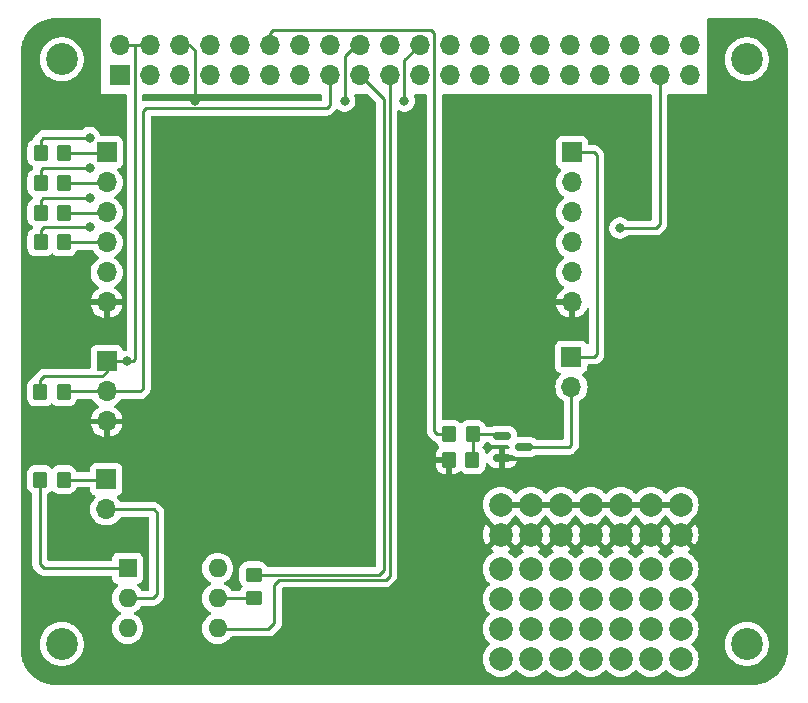
<source format=gbr>
G04 #@! TF.GenerationSoftware,KiCad,Pcbnew,8.0.1*
G04 #@! TF.CreationDate,2025-07-27T10:09:23+02:00*
G04 #@! TF.ProjectId,SVXLink_PiHat_v2,5356584c-696e-46b5-9f50-694861745f76,rev?*
G04 #@! TF.SameCoordinates,Original*
G04 #@! TF.FileFunction,Copper,L1,Top*
G04 #@! TF.FilePolarity,Positive*
%FSLAX46Y46*%
G04 Gerber Fmt 4.6, Leading zero omitted, Abs format (unit mm)*
G04 Created by KiCad (PCBNEW 8.0.1) date 2025-07-27 10:09:23*
%MOMM*%
%LPD*%
G01*
G04 APERTURE LIST*
G04 Aperture macros list*
%AMRoundRect*
0 Rectangle with rounded corners*
0 $1 Rounding radius*
0 $2 $3 $4 $5 $6 $7 $8 $9 X,Y pos of 4 corners*
0 Add a 4 corners polygon primitive as box body*
4,1,4,$2,$3,$4,$5,$6,$7,$8,$9,$2,$3,0*
0 Add four circle primitives for the rounded corners*
1,1,$1+$1,$2,$3*
1,1,$1+$1,$4,$5*
1,1,$1+$1,$6,$7*
1,1,$1+$1,$8,$9*
0 Add four rect primitives between the rounded corners*
20,1,$1+$1,$2,$3,$4,$5,0*
20,1,$1+$1,$4,$5,$6,$7,0*
20,1,$1+$1,$6,$7,$8,$9,0*
20,1,$1+$1,$8,$9,$2,$3,0*%
G04 Aperture macros list end*
G04 #@! TA.AperFunction,ComponentPad*
%ADD10R,1.700000X1.700000*%
G04 #@! TD*
G04 #@! TA.AperFunction,ComponentPad*
%ADD11O,1.700000X1.700000*%
G04 #@! TD*
G04 #@! TA.AperFunction,SMDPad,CuDef*
%ADD12RoundRect,0.250000X0.450000X-0.350000X0.450000X0.350000X-0.450000X0.350000X-0.450000X-0.350000X0*%
G04 #@! TD*
G04 #@! TA.AperFunction,ComponentPad*
%ADD13C,2.000000*%
G04 #@! TD*
G04 #@! TA.AperFunction,ComponentPad*
%ADD14C,2.700000*%
G04 #@! TD*
G04 #@! TA.AperFunction,SMDPad,CuDef*
%ADD15RoundRect,0.250000X0.350000X0.450000X-0.350000X0.450000X-0.350000X-0.450000X0.350000X-0.450000X0*%
G04 #@! TD*
G04 #@! TA.AperFunction,SMDPad,CuDef*
%ADD16RoundRect,0.150000X-0.587500X-0.150000X0.587500X-0.150000X0.587500X0.150000X-0.587500X0.150000X0*%
G04 #@! TD*
G04 #@! TA.AperFunction,ComponentPad*
%ADD17R,1.600000X1.600000*%
G04 #@! TD*
G04 #@! TA.AperFunction,ComponentPad*
%ADD18O,1.600000X1.600000*%
G04 #@! TD*
G04 #@! TA.AperFunction,SMDPad,CuDef*
%ADD19RoundRect,0.250000X-0.350000X-0.450000X0.350000X-0.450000X0.350000X0.450000X-0.350000X0.450000X0*%
G04 #@! TD*
G04 #@! TA.AperFunction,ViaPad*
%ADD20C,0.800000*%
G04 #@! TD*
G04 #@! TA.AperFunction,Conductor*
%ADD21C,0.250000*%
G04 #@! TD*
G04 #@! TA.AperFunction,Conductor*
%ADD22C,0.500000*%
G04 #@! TD*
G04 APERTURE END LIST*
D10*
X85400000Y-60350000D03*
D11*
X85400000Y-57810000D03*
X87940000Y-60350000D03*
X87940000Y-57810000D03*
X90480000Y-60350000D03*
X90480000Y-57810000D03*
X93020000Y-60350000D03*
X93020000Y-57810000D03*
X95560000Y-60350000D03*
X95560000Y-57810000D03*
X98100000Y-60350000D03*
X98100000Y-57810000D03*
X100640000Y-60350000D03*
X100640000Y-57810000D03*
X103180000Y-60350000D03*
X103180000Y-57810000D03*
X105720000Y-60350000D03*
X105720000Y-57810000D03*
X108260000Y-60350000D03*
X108260000Y-57810000D03*
X110800000Y-60350000D03*
X110800000Y-57810000D03*
X113340000Y-60350000D03*
X113340000Y-57810000D03*
X115880000Y-60350000D03*
X115880000Y-57810000D03*
X118420000Y-60350000D03*
X118420000Y-57810000D03*
X120960000Y-60350000D03*
X120960000Y-57810000D03*
X123500000Y-60350000D03*
X123500000Y-57810000D03*
X126040000Y-60350000D03*
X126040000Y-57810000D03*
X128580000Y-60350000D03*
X128580000Y-57810000D03*
X131120000Y-60350000D03*
X131120000Y-57810000D03*
X133660000Y-60350000D03*
X133660000Y-57810000D03*
D12*
X96740000Y-104640000D03*
X96740000Y-102640000D03*
D13*
X122748400Y-107253600D03*
X122748400Y-109793600D03*
X132908400Y-104713600D03*
X127828400Y-96712600D03*
D14*
X80497700Y-59009300D03*
D15*
X80700000Y-74500000D03*
X78700000Y-74500000D03*
D13*
X130368400Y-104713600D03*
D16*
X117788400Y-90894600D03*
X117788400Y-92794600D03*
X119663400Y-91844600D03*
D13*
X117668400Y-107253600D03*
X130368400Y-96712600D03*
X125288400Y-99252600D03*
D15*
X80700000Y-69500000D03*
X78700000Y-69500000D03*
D13*
X125288400Y-102173600D03*
D17*
X86080000Y-102110000D03*
D18*
X86080000Y-104650000D03*
X86080000Y-107190000D03*
X93700000Y-107190000D03*
X93700000Y-104650000D03*
X93700000Y-102110000D03*
D19*
X113293400Y-90744600D03*
X115293400Y-90744600D03*
D13*
X122748400Y-102173600D03*
X117668400Y-102173600D03*
X125288400Y-104713600D03*
X127828400Y-102173600D03*
D10*
X123650000Y-84210000D03*
D11*
X123650000Y-86750000D03*
D15*
X80700000Y-66950000D03*
X78700000Y-66950000D03*
D13*
X127828400Y-99252600D03*
X117668400Y-109793600D03*
X122748400Y-99252600D03*
D14*
X80497700Y-108509300D03*
D13*
X117668400Y-99252600D03*
X130368400Y-109793600D03*
X127828400Y-109793600D03*
D14*
X138497700Y-108509300D03*
D13*
X125288400Y-107253600D03*
X120208400Y-109793600D03*
X122748400Y-96712600D03*
X125288400Y-96712600D03*
D10*
X84300000Y-66900000D03*
D11*
X84300000Y-69440000D03*
X84300000Y-71980000D03*
X84300000Y-74520000D03*
X84300000Y-77060000D03*
X84300000Y-79600000D03*
D13*
X132908400Y-102173600D03*
X132908400Y-107253600D03*
X120208400Y-102173600D03*
X127828400Y-107253600D03*
D14*
X138497700Y-59009300D03*
D15*
X80650000Y-94600000D03*
X78650000Y-94600000D03*
D13*
X127828400Y-104713600D03*
X125288400Y-109793600D03*
X132908400Y-96712600D03*
D19*
X78650000Y-87200000D03*
X80650000Y-87200000D03*
D13*
X130368400Y-107253600D03*
X120208400Y-96712600D03*
X117668400Y-104713600D03*
X130368400Y-102173600D03*
D15*
X80700000Y-72000000D03*
X78700000Y-72000000D03*
D13*
X120208400Y-104713600D03*
X120208400Y-107253600D03*
D10*
X84270000Y-94590000D03*
D11*
X84270000Y-97130000D03*
D10*
X123700000Y-66900000D03*
D11*
X123700000Y-69440000D03*
X123700000Y-71980000D03*
X123700000Y-74520000D03*
X123700000Y-77060000D03*
X123700000Y-79600000D03*
D13*
X122748400Y-104713600D03*
D10*
X84300000Y-84600000D03*
D11*
X84300000Y-87140000D03*
X84300000Y-89680000D03*
D13*
X117668400Y-96712600D03*
X130368400Y-99252600D03*
X120208400Y-99252600D03*
D15*
X115273400Y-92944600D03*
X113273400Y-92944600D03*
D13*
X132908400Y-99252600D03*
X132908400Y-109793600D03*
D20*
X110100000Y-71850000D03*
X127750000Y-73300000D03*
X82850000Y-73250000D03*
X91760000Y-62560000D03*
X84530000Y-64030000D03*
X80910000Y-98200000D03*
X133550000Y-75700000D03*
X103140000Y-65250000D03*
X106500000Y-68750000D03*
X126500000Y-63750000D03*
X86050000Y-84600000D03*
X104450000Y-62550000D03*
X82850000Y-68200000D03*
X109500000Y-62550000D03*
X82850000Y-70800000D03*
X82850000Y-65650000D03*
D21*
X93760000Y-107250000D02*
X98000000Y-107250000D01*
X107910000Y-103090000D02*
X108260000Y-102740000D01*
X108260000Y-102740000D02*
X108260000Y-60350000D01*
X98910000Y-103090000D02*
X107910000Y-103090000D01*
X98500000Y-103500000D02*
X98910000Y-103090000D01*
X93700000Y-107190000D02*
X93760000Y-107250000D01*
X98000000Y-107250000D02*
X98500000Y-106750000D01*
X98500000Y-106750000D02*
X98500000Y-103500000D01*
X82855000Y-73345000D02*
X82850000Y-73350000D01*
X78700000Y-74500000D02*
X78700000Y-73505000D01*
X131120000Y-72980000D02*
X131120000Y-60350000D01*
X82845000Y-73345000D02*
X82850000Y-73350000D01*
X78700000Y-73505000D02*
X78955000Y-73250000D01*
X130800000Y-73300000D02*
X131120000Y-72980000D01*
X127750000Y-73300000D02*
X130800000Y-73300000D01*
X78955000Y-73250000D02*
X82845000Y-73250000D01*
X91750000Y-62500000D02*
X91810000Y-62560000D01*
X91300000Y-57810000D02*
X91750000Y-58260000D01*
X91750000Y-58260000D02*
X91750000Y-62500000D01*
X90480000Y-57810000D02*
X91300000Y-57810000D01*
X125800000Y-67150000D02*
X125800000Y-84000000D01*
X123700000Y-66900000D02*
X125550000Y-66900000D01*
X78990000Y-85860000D02*
X78650000Y-86200000D01*
X86050000Y-84600000D02*
X86490000Y-84600000D01*
X83920000Y-85860000D02*
X78990000Y-85860000D01*
X84300000Y-84600000D02*
X86050000Y-84600000D01*
X86670000Y-57820000D02*
X86660000Y-57810000D01*
X86670000Y-84420000D02*
X86670000Y-57820000D01*
X84300000Y-85480000D02*
X83920000Y-85860000D01*
X125590000Y-84210000D02*
X123650000Y-84210000D01*
X84300000Y-84600000D02*
X84300000Y-85480000D01*
X86660000Y-57810000D02*
X87940000Y-57810000D01*
D22*
X117668400Y-96712600D02*
X132908400Y-96712600D01*
D21*
X85400000Y-57810000D02*
X86660000Y-57810000D01*
X86490000Y-84600000D02*
X86670000Y-84420000D01*
X125800000Y-84000000D02*
X125590000Y-84210000D01*
X78650000Y-86200000D02*
X78650000Y-87200000D01*
X125550000Y-66900000D02*
X125800000Y-67150000D01*
X111750000Y-56500000D02*
X98350000Y-56500000D01*
X112050000Y-90500000D02*
X112050000Y-56800000D01*
X113293400Y-90744600D02*
X112294600Y-90744600D01*
X112294600Y-90744600D02*
X112050000Y-90500000D01*
X98350000Y-56500000D02*
X98100000Y-56750000D01*
X112050000Y-56800000D02*
X111750000Y-56500000D01*
X98100000Y-56750000D02*
X98100000Y-57810000D01*
X105720000Y-60350000D02*
X107750000Y-62380000D01*
X107750000Y-62380000D02*
X107750000Y-102250000D01*
X107750000Y-102250000D02*
X107360000Y-102640000D01*
X107360000Y-102640000D02*
X96740000Y-102640000D01*
X103180000Y-60350000D02*
X103180000Y-62900000D01*
X87400000Y-63370000D02*
X87400000Y-86900000D01*
X87160000Y-87140000D02*
X84300000Y-87140000D01*
X87610000Y-63160000D02*
X87400000Y-63370000D01*
X102920000Y-63160000D02*
X87610000Y-63160000D01*
X80710000Y-87140000D02*
X80650000Y-87200000D01*
X103180000Y-62900000D02*
X102920000Y-63160000D01*
X87400000Y-86900000D02*
X87160000Y-87140000D01*
X84300000Y-87140000D02*
X80710000Y-87140000D01*
X104450000Y-62550000D02*
X104450000Y-58750000D01*
X78700000Y-69500000D02*
X78700000Y-68400000D01*
X104450000Y-62800000D02*
X104450000Y-62550000D01*
X104450000Y-58750000D02*
X105390000Y-57810000D01*
X78700000Y-68400000D02*
X78900000Y-68200000D01*
X105390000Y-57810000D02*
X105720000Y-57810000D01*
X78900000Y-68200000D02*
X82850000Y-68200000D01*
X78945000Y-70750000D02*
X82845000Y-70750000D01*
X109510000Y-59100000D02*
X110800000Y-57810000D01*
X109500000Y-62700000D02*
X109510000Y-62690000D01*
X109510000Y-62690000D02*
X109510000Y-59100000D01*
X82850000Y-70800000D02*
X82855000Y-70805000D01*
X109510000Y-62710000D02*
X109500000Y-62700000D01*
X78700000Y-70995000D02*
X78945000Y-70750000D01*
X78700000Y-72000000D02*
X78700000Y-70995000D01*
X82845000Y-70805000D02*
X82850000Y-70800000D01*
X78950000Y-65650000D02*
X82850000Y-65650000D01*
X78700000Y-65900000D02*
X78950000Y-65650000D01*
X78700000Y-66950000D02*
X78700000Y-65900000D01*
X88540000Y-97400000D02*
X88540000Y-104330000D01*
X88540000Y-104330000D02*
X88220000Y-104650000D01*
X84270000Y-97130000D02*
X88270000Y-97130000D01*
X88220000Y-104650000D02*
X86080000Y-104650000D01*
X88270000Y-97130000D02*
X88540000Y-97400000D01*
X84260000Y-94600000D02*
X84270000Y-94590000D01*
X80650000Y-94600000D02*
X84260000Y-94600000D01*
X84250000Y-66950000D02*
X84300000Y-66900000D01*
X80700000Y-66950000D02*
X84250000Y-66950000D01*
X123650000Y-86750000D02*
X123650000Y-91650000D01*
X123455400Y-91844600D02*
X119663400Y-91844600D01*
X123650000Y-91650000D02*
X123455400Y-91844600D01*
X115293400Y-92924600D02*
X115273400Y-92944600D01*
X117638400Y-90744600D02*
X117788400Y-90894600D01*
X115293400Y-90744600D02*
X115293400Y-92924600D01*
X115293400Y-90744600D02*
X117638400Y-90744600D01*
X78650000Y-101760000D02*
X79000000Y-102110000D01*
X78650000Y-94600000D02*
X78650000Y-101760000D01*
X79000000Y-102110000D02*
X86080000Y-102110000D01*
X96730000Y-104650000D02*
X96740000Y-104640000D01*
X93700000Y-104650000D02*
X96730000Y-104650000D01*
X84280000Y-74500000D02*
X84300000Y-74520000D01*
X80700000Y-74500000D02*
X84280000Y-74500000D01*
X84280000Y-72000000D02*
X84300000Y-71980000D01*
X80700000Y-72000000D02*
X84280000Y-72000000D01*
X80700000Y-69500000D02*
X84240000Y-69500000D01*
X84240000Y-69500000D02*
X84300000Y-69440000D01*
G04 #@! TA.AperFunction,Conductor*
G36*
X119742475Y-99445593D02*
G01*
X119808301Y-99559607D01*
X119901393Y-99652699D01*
X120015407Y-99718525D01*
X120078990Y-99735562D01*
X119338342Y-100476209D01*
X119385168Y-100512655D01*
X119385170Y-100512656D01*
X119542510Y-100597804D01*
X119592101Y-100647023D01*
X119607209Y-100715240D01*
X119583039Y-100780796D01*
X119530952Y-100821418D01*
X119521435Y-100825360D01*
X119318989Y-100949420D01*
X119318986Y-100949421D01*
X119138431Y-101103631D01*
X119055444Y-101200797D01*
X119032690Y-101227438D01*
X118974183Y-101265631D01*
X118904315Y-101266129D01*
X118845269Y-101228776D01*
X118844110Y-101227438D01*
X118821358Y-101200799D01*
X118738369Y-101103631D01*
X118584808Y-100972477D01*
X118557813Y-100949421D01*
X118557810Y-100949420D01*
X118355363Y-100825360D01*
X118345850Y-100821419D01*
X118291448Y-100777576D01*
X118269385Y-100711281D01*
X118286666Y-100643583D01*
X118334289Y-100597804D01*
X118491628Y-100512657D01*
X118491631Y-100512655D01*
X118538456Y-100476209D01*
X117797809Y-99735562D01*
X117861393Y-99718525D01*
X117975407Y-99652699D01*
X118068499Y-99559607D01*
X118134325Y-99445593D01*
X118151362Y-99382010D01*
X118891833Y-100122481D01*
X118925611Y-100118979D01*
X118951194Y-100118980D01*
X118984964Y-100122482D01*
X119725437Y-99382009D01*
X119742475Y-99445593D01*
G37*
G04 #@! TD.AperFunction*
G04 #@! TA.AperFunction,Conductor*
G36*
X122282475Y-99445593D02*
G01*
X122348301Y-99559607D01*
X122441393Y-99652699D01*
X122555407Y-99718525D01*
X122618990Y-99735562D01*
X121878342Y-100476209D01*
X121925168Y-100512655D01*
X121925170Y-100512656D01*
X122082510Y-100597804D01*
X122132101Y-100647023D01*
X122147209Y-100715240D01*
X122123039Y-100780796D01*
X122070952Y-100821418D01*
X122061435Y-100825360D01*
X121858989Y-100949420D01*
X121858986Y-100949421D01*
X121678431Y-101103631D01*
X121595444Y-101200797D01*
X121572690Y-101227438D01*
X121514183Y-101265631D01*
X121444315Y-101266129D01*
X121385269Y-101228776D01*
X121384110Y-101227438D01*
X121361358Y-101200799D01*
X121278369Y-101103631D01*
X121124808Y-100972477D01*
X121097813Y-100949421D01*
X121097810Y-100949420D01*
X120895363Y-100825360D01*
X120885850Y-100821419D01*
X120831448Y-100777576D01*
X120809385Y-100711281D01*
X120826666Y-100643583D01*
X120874289Y-100597804D01*
X121031628Y-100512657D01*
X121031631Y-100512655D01*
X121078456Y-100476209D01*
X120337809Y-99735562D01*
X120401393Y-99718525D01*
X120515407Y-99652699D01*
X120608499Y-99559607D01*
X120674325Y-99445593D01*
X120691362Y-99382010D01*
X121431833Y-100122481D01*
X121465611Y-100118979D01*
X121491194Y-100118980D01*
X121524964Y-100122482D01*
X122265437Y-99382009D01*
X122282475Y-99445593D01*
G37*
G04 #@! TD.AperFunction*
G04 #@! TA.AperFunction,Conductor*
G36*
X124822475Y-99445593D02*
G01*
X124888301Y-99559607D01*
X124981393Y-99652699D01*
X125095407Y-99718525D01*
X125158990Y-99735562D01*
X124418342Y-100476209D01*
X124465168Y-100512655D01*
X124465170Y-100512656D01*
X124622510Y-100597804D01*
X124672101Y-100647023D01*
X124687209Y-100715240D01*
X124663039Y-100780796D01*
X124610952Y-100821418D01*
X124601435Y-100825360D01*
X124398989Y-100949420D01*
X124398986Y-100949421D01*
X124218431Y-101103631D01*
X124135444Y-101200797D01*
X124112690Y-101227438D01*
X124054183Y-101265631D01*
X123984315Y-101266129D01*
X123925269Y-101228776D01*
X123924110Y-101227438D01*
X123901358Y-101200799D01*
X123818369Y-101103631D01*
X123664808Y-100972477D01*
X123637813Y-100949421D01*
X123637810Y-100949420D01*
X123435363Y-100825360D01*
X123425850Y-100821419D01*
X123371448Y-100777576D01*
X123349385Y-100711281D01*
X123366666Y-100643583D01*
X123414289Y-100597804D01*
X123571628Y-100512657D01*
X123571631Y-100512655D01*
X123618456Y-100476209D01*
X122877809Y-99735562D01*
X122941393Y-99718525D01*
X123055407Y-99652699D01*
X123148499Y-99559607D01*
X123214325Y-99445593D01*
X123231362Y-99382010D01*
X123971833Y-100122481D01*
X124005611Y-100118979D01*
X124031194Y-100118980D01*
X124064964Y-100122482D01*
X124805437Y-99382009D01*
X124822475Y-99445593D01*
G37*
G04 #@! TD.AperFunction*
G04 #@! TA.AperFunction,Conductor*
G36*
X127362475Y-99445593D02*
G01*
X127428301Y-99559607D01*
X127521393Y-99652699D01*
X127635407Y-99718525D01*
X127698990Y-99735562D01*
X126958342Y-100476209D01*
X127005168Y-100512655D01*
X127005170Y-100512656D01*
X127162510Y-100597804D01*
X127212101Y-100647023D01*
X127227209Y-100715240D01*
X127203039Y-100780796D01*
X127150952Y-100821418D01*
X127141435Y-100825360D01*
X126938989Y-100949420D01*
X126938986Y-100949421D01*
X126758431Y-101103631D01*
X126675444Y-101200797D01*
X126652690Y-101227438D01*
X126594183Y-101265631D01*
X126524315Y-101266129D01*
X126465269Y-101228776D01*
X126464110Y-101227438D01*
X126441358Y-101200799D01*
X126358369Y-101103631D01*
X126204808Y-100972477D01*
X126177813Y-100949421D01*
X126177810Y-100949420D01*
X125975363Y-100825360D01*
X125965850Y-100821419D01*
X125911448Y-100777576D01*
X125889385Y-100711281D01*
X125906666Y-100643583D01*
X125954289Y-100597804D01*
X126111628Y-100512657D01*
X126111631Y-100512655D01*
X126158456Y-100476209D01*
X125417809Y-99735562D01*
X125481393Y-99718525D01*
X125595407Y-99652699D01*
X125688499Y-99559607D01*
X125754325Y-99445593D01*
X125771362Y-99382010D01*
X126511833Y-100122481D01*
X126545611Y-100118979D01*
X126571194Y-100118980D01*
X126604964Y-100122482D01*
X127345437Y-99382009D01*
X127362475Y-99445593D01*
G37*
G04 #@! TD.AperFunction*
G04 #@! TA.AperFunction,Conductor*
G36*
X129902475Y-99445593D02*
G01*
X129968301Y-99559607D01*
X130061393Y-99652699D01*
X130175407Y-99718525D01*
X130238990Y-99735562D01*
X129498342Y-100476209D01*
X129545168Y-100512655D01*
X129545170Y-100512656D01*
X129702510Y-100597804D01*
X129752101Y-100647023D01*
X129767209Y-100715240D01*
X129743039Y-100780796D01*
X129690952Y-100821418D01*
X129681435Y-100825360D01*
X129478989Y-100949420D01*
X129478986Y-100949421D01*
X129298431Y-101103631D01*
X129215444Y-101200797D01*
X129192690Y-101227438D01*
X129134183Y-101265631D01*
X129064315Y-101266129D01*
X129005269Y-101228776D01*
X129004110Y-101227438D01*
X128981358Y-101200799D01*
X128898369Y-101103631D01*
X128744808Y-100972477D01*
X128717813Y-100949421D01*
X128717810Y-100949420D01*
X128515363Y-100825360D01*
X128505850Y-100821419D01*
X128451448Y-100777576D01*
X128429385Y-100711281D01*
X128446666Y-100643583D01*
X128494289Y-100597804D01*
X128651628Y-100512657D01*
X128651631Y-100512655D01*
X128698456Y-100476209D01*
X127957809Y-99735562D01*
X128021393Y-99718525D01*
X128135407Y-99652699D01*
X128228499Y-99559607D01*
X128294325Y-99445593D01*
X128311362Y-99382010D01*
X129051833Y-100122481D01*
X129085611Y-100118979D01*
X129111194Y-100118980D01*
X129144964Y-100122482D01*
X129885437Y-99382009D01*
X129902475Y-99445593D01*
G37*
G04 #@! TD.AperFunction*
G04 #@! TA.AperFunction,Conductor*
G36*
X132442475Y-99445593D02*
G01*
X132508301Y-99559607D01*
X132601393Y-99652699D01*
X132715407Y-99718525D01*
X132778990Y-99735562D01*
X132038342Y-100476209D01*
X132085168Y-100512655D01*
X132085170Y-100512656D01*
X132242510Y-100597804D01*
X132292101Y-100647023D01*
X132307209Y-100715240D01*
X132283039Y-100780796D01*
X132230952Y-100821418D01*
X132221435Y-100825360D01*
X132018989Y-100949420D01*
X132018986Y-100949421D01*
X131838431Y-101103631D01*
X131755444Y-101200797D01*
X131732690Y-101227438D01*
X131674183Y-101265631D01*
X131604315Y-101266129D01*
X131545269Y-101228776D01*
X131544110Y-101227438D01*
X131521358Y-101200799D01*
X131438369Y-101103631D01*
X131284808Y-100972477D01*
X131257813Y-100949421D01*
X131257810Y-100949420D01*
X131055363Y-100825360D01*
X131045850Y-100821419D01*
X130991448Y-100777576D01*
X130969385Y-100711281D01*
X130986666Y-100643583D01*
X131034289Y-100597804D01*
X131191628Y-100512657D01*
X131191631Y-100512655D01*
X131238456Y-100476209D01*
X130497809Y-99735562D01*
X130561393Y-99718525D01*
X130675407Y-99652699D01*
X130768499Y-99559607D01*
X130834325Y-99445593D01*
X130851362Y-99382010D01*
X131591833Y-100122481D01*
X131625611Y-100118979D01*
X131651194Y-100118980D01*
X131684964Y-100122482D01*
X132425437Y-99382009D01*
X132442475Y-99445593D01*
G37*
G04 #@! TD.AperFunction*
G04 #@! TA.AperFunction,Conductor*
G36*
X119031531Y-97657423D02*
G01*
X119032600Y-97658657D01*
X119138431Y-97782569D01*
X119138434Y-97782572D01*
X119295738Y-97916922D01*
X119333932Y-97975428D01*
X119338969Y-98018897D01*
X119338342Y-98028990D01*
X120078990Y-98769637D01*
X120015407Y-98786675D01*
X119901393Y-98852501D01*
X119808301Y-98945593D01*
X119742475Y-99059607D01*
X119725437Y-99123190D01*
X118984962Y-98382715D01*
X118951194Y-98386218D01*
X118925611Y-98386218D01*
X118891835Y-98382715D01*
X118151362Y-99123189D01*
X118134325Y-99059607D01*
X118068499Y-98945593D01*
X117975407Y-98852501D01*
X117861393Y-98786675D01*
X117797810Y-98769637D01*
X118538456Y-98028990D01*
X118537830Y-98018898D01*
X118553322Y-97950768D01*
X118581058Y-97916925D01*
X118738369Y-97782569D01*
X118844111Y-97658760D01*
X118902616Y-97620568D01*
X118972484Y-97620069D01*
X119031531Y-97657423D01*
G37*
G04 #@! TD.AperFunction*
G04 #@! TA.AperFunction,Conductor*
G36*
X121571531Y-97657423D02*
G01*
X121572600Y-97658657D01*
X121678431Y-97782569D01*
X121678434Y-97782572D01*
X121835738Y-97916922D01*
X121873932Y-97975428D01*
X121878969Y-98018897D01*
X121878342Y-98028990D01*
X122618990Y-98769637D01*
X122555407Y-98786675D01*
X122441393Y-98852501D01*
X122348301Y-98945593D01*
X122282475Y-99059607D01*
X122265437Y-99123190D01*
X121524962Y-98382715D01*
X121491194Y-98386218D01*
X121465611Y-98386218D01*
X121431835Y-98382715D01*
X120691362Y-99123189D01*
X120674325Y-99059607D01*
X120608499Y-98945593D01*
X120515407Y-98852501D01*
X120401393Y-98786675D01*
X120337810Y-98769637D01*
X121078456Y-98028990D01*
X121077830Y-98018898D01*
X121093322Y-97950768D01*
X121121058Y-97916925D01*
X121278369Y-97782569D01*
X121384111Y-97658760D01*
X121442616Y-97620568D01*
X121512484Y-97620069D01*
X121571531Y-97657423D01*
G37*
G04 #@! TD.AperFunction*
G04 #@! TA.AperFunction,Conductor*
G36*
X124111531Y-97657423D02*
G01*
X124112600Y-97658657D01*
X124218431Y-97782569D01*
X124218434Y-97782572D01*
X124375738Y-97916922D01*
X124413932Y-97975428D01*
X124418969Y-98018897D01*
X124418342Y-98028990D01*
X125158990Y-98769637D01*
X125095407Y-98786675D01*
X124981393Y-98852501D01*
X124888301Y-98945593D01*
X124822475Y-99059607D01*
X124805437Y-99123190D01*
X124064962Y-98382715D01*
X124031194Y-98386218D01*
X124005611Y-98386218D01*
X123971835Y-98382715D01*
X123231362Y-99123189D01*
X123214325Y-99059607D01*
X123148499Y-98945593D01*
X123055407Y-98852501D01*
X122941393Y-98786675D01*
X122877810Y-98769637D01*
X123618456Y-98028990D01*
X123617830Y-98018898D01*
X123633322Y-97950768D01*
X123661058Y-97916925D01*
X123818369Y-97782569D01*
X123924111Y-97658760D01*
X123982616Y-97620568D01*
X124052484Y-97620069D01*
X124111531Y-97657423D01*
G37*
G04 #@! TD.AperFunction*
G04 #@! TA.AperFunction,Conductor*
G36*
X126651531Y-97657423D02*
G01*
X126652600Y-97658657D01*
X126758431Y-97782569D01*
X126758434Y-97782572D01*
X126915738Y-97916922D01*
X126953932Y-97975428D01*
X126958969Y-98018897D01*
X126958342Y-98028990D01*
X127698990Y-98769637D01*
X127635407Y-98786675D01*
X127521393Y-98852501D01*
X127428301Y-98945593D01*
X127362475Y-99059607D01*
X127345437Y-99123190D01*
X126604962Y-98382715D01*
X126571194Y-98386218D01*
X126545611Y-98386218D01*
X126511835Y-98382715D01*
X125771362Y-99123189D01*
X125754325Y-99059607D01*
X125688499Y-98945593D01*
X125595407Y-98852501D01*
X125481393Y-98786675D01*
X125417810Y-98769637D01*
X126158456Y-98028990D01*
X126157830Y-98018898D01*
X126173322Y-97950768D01*
X126201058Y-97916925D01*
X126358369Y-97782569D01*
X126464111Y-97658760D01*
X126522616Y-97620568D01*
X126592484Y-97620069D01*
X126651531Y-97657423D01*
G37*
G04 #@! TD.AperFunction*
G04 #@! TA.AperFunction,Conductor*
G36*
X129191531Y-97657423D02*
G01*
X129192600Y-97658657D01*
X129298431Y-97782569D01*
X129298434Y-97782572D01*
X129455738Y-97916922D01*
X129493932Y-97975428D01*
X129498969Y-98018897D01*
X129498342Y-98028990D01*
X130238990Y-98769637D01*
X130175407Y-98786675D01*
X130061393Y-98852501D01*
X129968301Y-98945593D01*
X129902475Y-99059607D01*
X129885437Y-99123190D01*
X129144962Y-98382715D01*
X129111194Y-98386218D01*
X129085611Y-98386218D01*
X129051835Y-98382715D01*
X128311362Y-99123189D01*
X128294325Y-99059607D01*
X128228499Y-98945593D01*
X128135407Y-98852501D01*
X128021393Y-98786675D01*
X127957810Y-98769637D01*
X128698456Y-98028990D01*
X128697830Y-98018898D01*
X128713322Y-97950768D01*
X128741058Y-97916925D01*
X128898369Y-97782569D01*
X129004111Y-97658760D01*
X129062616Y-97620568D01*
X129132484Y-97620069D01*
X129191531Y-97657423D01*
G37*
G04 #@! TD.AperFunction*
G04 #@! TA.AperFunction,Conductor*
G36*
X131731531Y-97657423D02*
G01*
X131732600Y-97658657D01*
X131838431Y-97782569D01*
X131838434Y-97782572D01*
X131995738Y-97916922D01*
X132033932Y-97975428D01*
X132038969Y-98018897D01*
X132038342Y-98028990D01*
X132778990Y-98769637D01*
X132715407Y-98786675D01*
X132601393Y-98852501D01*
X132508301Y-98945593D01*
X132442475Y-99059607D01*
X132425437Y-99123190D01*
X131684962Y-98382715D01*
X131651194Y-98386218D01*
X131625611Y-98386218D01*
X131591835Y-98382715D01*
X130851362Y-99123189D01*
X130834325Y-99059607D01*
X130768499Y-98945593D01*
X130675407Y-98852501D01*
X130561393Y-98786675D01*
X130497810Y-98769637D01*
X131238456Y-98028990D01*
X131237830Y-98018898D01*
X131253322Y-97950768D01*
X131281058Y-97916925D01*
X131438369Y-97782569D01*
X131544111Y-97658760D01*
X131602616Y-97620568D01*
X131672484Y-97620069D01*
X131731531Y-97657423D01*
G37*
G04 #@! TD.AperFunction*
G04 #@! TA.AperFunction,Conductor*
G36*
X82854539Y-95253185D02*
G01*
X82900294Y-95305989D01*
X82911500Y-95357500D01*
X82911500Y-95488654D01*
X82918011Y-95549202D01*
X82918011Y-95549204D01*
X82969111Y-95686204D01*
X83056739Y-95803261D01*
X83173796Y-95890889D01*
X83225737Y-95910262D01*
X83291595Y-95934827D01*
X83347528Y-95976699D01*
X83371944Y-96042163D01*
X83357092Y-96110436D01*
X83339490Y-96134991D01*
X83194279Y-96292730D01*
X83194276Y-96292734D01*
X83071140Y-96481207D01*
X82980703Y-96687385D01*
X82925436Y-96905628D01*
X82925434Y-96905640D01*
X82906844Y-97129994D01*
X82906844Y-97130005D01*
X82925434Y-97354359D01*
X82925436Y-97354371D01*
X82980703Y-97572614D01*
X83071140Y-97778792D01*
X83194276Y-97967265D01*
X83194284Y-97967276D01*
X83346756Y-98132902D01*
X83346760Y-98132906D01*
X83524424Y-98271189D01*
X83524425Y-98271189D01*
X83524427Y-98271191D01*
X83651135Y-98339761D01*
X83722426Y-98378342D01*
X83935365Y-98451444D01*
X84157431Y-98488500D01*
X84382569Y-98488500D01*
X84604635Y-98451444D01*
X84817574Y-98378342D01*
X85015576Y-98271189D01*
X85193240Y-98132906D01*
X85345722Y-97967268D01*
X85431491Y-97835989D01*
X85442148Y-97819678D01*
X85495294Y-97774321D01*
X85545956Y-97763500D01*
X87782500Y-97763500D01*
X87849539Y-97783185D01*
X87895294Y-97835989D01*
X87906500Y-97887500D01*
X87906500Y-103892500D01*
X87886815Y-103959539D01*
X87834011Y-104005294D01*
X87782500Y-104016500D01*
X87298352Y-104016500D01*
X87231313Y-103996815D01*
X87196779Y-103963626D01*
X87086198Y-103805700D01*
X86924300Y-103643802D01*
X86916627Y-103638429D01*
X86873006Y-103583853D01*
X86865814Y-103514355D01*
X86897338Y-103452001D01*
X86957568Y-103416588D01*
X86974489Y-103413570D01*
X86989201Y-103411989D01*
X87126204Y-103360889D01*
X87243261Y-103273261D01*
X87330889Y-103156204D01*
X87381989Y-103019201D01*
X87385591Y-102985692D01*
X87388499Y-102958654D01*
X87388500Y-102958637D01*
X87388500Y-101261362D01*
X87388499Y-101261345D01*
X87384853Y-101227438D01*
X87381989Y-101200799D01*
X87330889Y-101063796D01*
X87243261Y-100946739D01*
X87126204Y-100859111D01*
X86989203Y-100808011D01*
X86928654Y-100801500D01*
X86928638Y-100801500D01*
X85231362Y-100801500D01*
X85231345Y-100801500D01*
X85170797Y-100808011D01*
X85170795Y-100808011D01*
X85033795Y-100859111D01*
X84916739Y-100946739D01*
X84829111Y-101063795D01*
X84778011Y-101200795D01*
X84778011Y-101200797D01*
X84771500Y-101261345D01*
X84771500Y-101352500D01*
X84751815Y-101419539D01*
X84699011Y-101465294D01*
X84647500Y-101476500D01*
X79407500Y-101476500D01*
X79340461Y-101456815D01*
X79294706Y-101404011D01*
X79283500Y-101352500D01*
X79283500Y-95835523D01*
X79303185Y-95768484D01*
X79342401Y-95729986D01*
X79473652Y-95649030D01*
X79562319Y-95560363D01*
X79623642Y-95526878D01*
X79693334Y-95531862D01*
X79737681Y-95560363D01*
X79826348Y-95649030D01*
X79977262Y-95742115D01*
X80145574Y-95797887D01*
X80249455Y-95808500D01*
X81050544Y-95808499D01*
X81154426Y-95797887D01*
X81322738Y-95742115D01*
X81473652Y-95649030D01*
X81599030Y-95523652D01*
X81692115Y-95372738D01*
X81692117Y-95372733D01*
X81710089Y-95318497D01*
X81749861Y-95261052D01*
X81814376Y-95234228D01*
X81827795Y-95233500D01*
X82787500Y-95233500D01*
X82854539Y-95253185D01*
G37*
G04 #@! TD.AperFunction*
G04 #@! TA.AperFunction,Conductor*
G36*
X86036500Y-83573660D02*
G01*
X86016815Y-83640699D01*
X85964011Y-83686454D01*
X85938281Y-83694950D01*
X85796327Y-83725123D01*
X85726660Y-83719807D01*
X85670926Y-83677670D01*
X85654365Y-83647167D01*
X85600889Y-83503796D01*
X85600888Y-83503795D01*
X85513261Y-83386739D01*
X85396204Y-83299111D01*
X85259203Y-83248011D01*
X85198654Y-83241500D01*
X85198638Y-83241500D01*
X83401362Y-83241500D01*
X83401345Y-83241500D01*
X83340797Y-83248011D01*
X83340795Y-83248011D01*
X83203795Y-83299111D01*
X83086739Y-83386739D01*
X82999111Y-83503795D01*
X82948011Y-83640795D01*
X82948011Y-83640797D01*
X82941500Y-83701345D01*
X82941500Y-85102500D01*
X82921815Y-85169539D01*
X82869011Y-85215294D01*
X82817500Y-85226500D01*
X78927602Y-85226500D01*
X78805219Y-85250843D01*
X78805214Y-85250845D01*
X78771448Y-85264829D01*
X78771449Y-85264830D01*
X78689926Y-85298598D01*
X78689922Y-85298600D01*
X78586171Y-85367924D01*
X78586163Y-85367930D01*
X78291933Y-85662163D01*
X78246167Y-85707929D01*
X78223660Y-85730436D01*
X78157927Y-85796168D01*
X78088603Y-85899918D01*
X78088600Y-85899925D01*
X78052182Y-85987844D01*
X78008340Y-86042247D01*
X77983681Y-86054570D01*
X77983805Y-86054835D01*
X77977259Y-86057886D01*
X77826346Y-86150971D01*
X77700971Y-86276346D01*
X77607886Y-86427259D01*
X77607884Y-86427264D01*
X77552113Y-86595572D01*
X77541500Y-86699447D01*
X77541500Y-87700537D01*
X77541501Y-87700553D01*
X77552113Y-87804427D01*
X77607883Y-87972733D01*
X77607885Y-87972738D01*
X77700970Y-88123652D01*
X77826348Y-88249030D01*
X77977262Y-88342115D01*
X78145574Y-88397887D01*
X78249455Y-88408500D01*
X79050544Y-88408499D01*
X79154426Y-88397887D01*
X79322738Y-88342115D01*
X79473652Y-88249030D01*
X79562319Y-88160363D01*
X79623642Y-88126878D01*
X79693334Y-88131862D01*
X79737681Y-88160363D01*
X79826348Y-88249030D01*
X79977262Y-88342115D01*
X80145574Y-88397887D01*
X80249455Y-88408500D01*
X81050544Y-88408499D01*
X81154426Y-88397887D01*
X81322738Y-88342115D01*
X81473652Y-88249030D01*
X81599030Y-88123652D01*
X81692115Y-87972738D01*
X81729970Y-87858497D01*
X81769742Y-87801052D01*
X81834258Y-87774228D01*
X81847676Y-87773500D01*
X83024044Y-87773500D01*
X83091083Y-87793185D01*
X83127852Y-87829678D01*
X83224276Y-87977265D01*
X83224284Y-87977276D01*
X83376756Y-88142902D01*
X83376761Y-88142907D01*
X83435981Y-88189000D01*
X83554424Y-88281189D01*
X83597693Y-88304605D01*
X83597695Y-88304606D01*
X83647286Y-88353825D01*
X83662394Y-88422042D01*
X83638224Y-88487597D01*
X83609802Y-88515236D01*
X83428922Y-88641890D01*
X83428920Y-88641891D01*
X83261891Y-88808920D01*
X83261886Y-88808926D01*
X83126400Y-89002420D01*
X83126399Y-89002422D01*
X83026570Y-89216507D01*
X83026567Y-89216513D01*
X82969364Y-89429999D01*
X82969364Y-89430000D01*
X83866988Y-89430000D01*
X83834075Y-89487007D01*
X83800000Y-89614174D01*
X83800000Y-89745826D01*
X83834075Y-89872993D01*
X83866988Y-89930000D01*
X82969364Y-89930000D01*
X83026567Y-90143486D01*
X83026570Y-90143492D01*
X83126399Y-90357578D01*
X83261894Y-90551082D01*
X83428917Y-90718105D01*
X83622421Y-90853600D01*
X83836507Y-90953429D01*
X83836516Y-90953433D01*
X84050000Y-91010634D01*
X84050000Y-90113012D01*
X84107007Y-90145925D01*
X84234174Y-90180000D01*
X84365826Y-90180000D01*
X84492993Y-90145925D01*
X84550000Y-90113012D01*
X84550000Y-91010633D01*
X84763483Y-90953433D01*
X84763492Y-90953429D01*
X84977578Y-90853600D01*
X85171082Y-90718105D01*
X85338105Y-90551082D01*
X85473600Y-90357578D01*
X85573429Y-90143492D01*
X85573432Y-90143486D01*
X85630636Y-89930000D01*
X84733012Y-89930000D01*
X84765925Y-89872993D01*
X84800000Y-89745826D01*
X84800000Y-89614174D01*
X84765925Y-89487007D01*
X84733012Y-89430000D01*
X85630636Y-89430000D01*
X85630635Y-89429999D01*
X85573432Y-89216513D01*
X85573429Y-89216507D01*
X85473600Y-89002422D01*
X85473599Y-89002420D01*
X85338113Y-88808926D01*
X85338108Y-88808920D01*
X85171082Y-88641894D01*
X84990197Y-88515236D01*
X84946572Y-88460659D01*
X84939380Y-88391160D01*
X84970902Y-88328806D01*
X85002300Y-88304608D01*
X85045576Y-88281189D01*
X85223240Y-88142906D01*
X85375722Y-87977268D01*
X85431956Y-87891195D01*
X85472148Y-87829678D01*
X85525294Y-87784321D01*
X85575956Y-87773500D01*
X87222395Y-87773500D01*
X87222396Y-87773499D01*
X87344785Y-87749155D01*
X87460075Y-87701400D01*
X87563833Y-87632071D01*
X87892071Y-87303833D01*
X87961400Y-87200075D01*
X88009155Y-87084785D01*
X88033500Y-86962394D01*
X88033500Y-86837606D01*
X88033500Y-63917500D01*
X88053185Y-63850461D01*
X88105989Y-63804706D01*
X88157500Y-63793500D01*
X102982395Y-63793500D01*
X102982396Y-63793499D01*
X103104785Y-63769155D01*
X103220075Y-63721400D01*
X103323833Y-63652071D01*
X103672072Y-63303833D01*
X103688612Y-63279078D01*
X103742223Y-63234273D01*
X103811548Y-63225564D01*
X103864600Y-63247649D01*
X103993248Y-63341118D01*
X104167712Y-63418794D01*
X104354513Y-63458500D01*
X104545487Y-63458500D01*
X104732288Y-63418794D01*
X104906752Y-63341118D01*
X105061253Y-63228866D01*
X105189040Y-63086944D01*
X105284527Y-62921556D01*
X105343542Y-62739928D01*
X105363504Y-62550000D01*
X105356567Y-62484000D01*
X106958096Y-62484000D01*
X107080181Y-62606085D01*
X107113666Y-62667408D01*
X107116500Y-62693766D01*
X107116500Y-101882500D01*
X107096815Y-101949539D01*
X107044011Y-101995294D01*
X106992500Y-102006500D01*
X97975524Y-102006500D01*
X97908485Y-101986815D01*
X97869985Y-101947597D01*
X97868246Y-101944777D01*
X97789030Y-101816348D01*
X97663652Y-101690970D01*
X97512738Y-101597885D01*
X97512735Y-101597884D01*
X97344427Y-101542113D01*
X97240546Y-101531500D01*
X96239462Y-101531500D01*
X96239446Y-101531501D01*
X96135572Y-101542113D01*
X95967264Y-101597884D01*
X95967259Y-101597886D01*
X95816346Y-101690971D01*
X95690971Y-101816346D01*
X95597886Y-101967259D01*
X95597884Y-101967264D01*
X95542113Y-102135572D01*
X95531500Y-102239447D01*
X95531500Y-103040537D01*
X95531501Y-103040553D01*
X95542113Y-103144427D01*
X95584804Y-103273261D01*
X95597885Y-103312738D01*
X95681232Y-103447865D01*
X95690971Y-103463653D01*
X95779637Y-103552319D01*
X95813122Y-103613642D01*
X95808138Y-103683334D01*
X95779637Y-103727681D01*
X95690971Y-103816346D01*
X95671755Y-103847500D01*
X95603845Y-103957598D01*
X95551899Y-104004322D01*
X95498308Y-104016500D01*
X94918352Y-104016500D01*
X94851313Y-103996815D01*
X94816779Y-103963626D01*
X94706198Y-103805700D01*
X94544300Y-103643802D01*
X94356749Y-103512477D01*
X94313655Y-103492382D01*
X94261215Y-103446210D01*
X94242063Y-103379017D01*
X94262278Y-103312136D01*
X94313655Y-103267618D01*
X94316882Y-103266112D01*
X94356749Y-103247523D01*
X94544300Y-103116198D01*
X94706198Y-102954300D01*
X94837523Y-102766749D01*
X94934284Y-102559243D01*
X94993543Y-102338087D01*
X95013498Y-102110000D01*
X94993543Y-101881913D01*
X94934284Y-101660757D01*
X94904966Y-101597885D01*
X94848364Y-101476500D01*
X94837523Y-101453251D01*
X94706198Y-101265700D01*
X94544300Y-101103802D01*
X94356749Y-100972477D01*
X94356745Y-100972475D01*
X94149249Y-100875718D01*
X94149238Y-100875714D01*
X93928089Y-100816457D01*
X93928081Y-100816456D01*
X93700002Y-100796502D01*
X93699998Y-100796502D01*
X93471918Y-100816456D01*
X93471910Y-100816457D01*
X93250761Y-100875714D01*
X93250750Y-100875718D01*
X93043254Y-100972475D01*
X93043252Y-100972476D01*
X93043251Y-100972477D01*
X92855700Y-101103802D01*
X92855698Y-101103803D01*
X92855695Y-101103806D01*
X92693806Y-101265695D01*
X92693803Y-101265698D01*
X92693802Y-101265700D01*
X92680858Y-101284186D01*
X92562476Y-101453252D01*
X92562475Y-101453254D01*
X92465718Y-101660750D01*
X92465714Y-101660761D01*
X92406457Y-101881910D01*
X92406456Y-101881918D01*
X92386502Y-102109998D01*
X92386502Y-102110001D01*
X92406456Y-102338081D01*
X92406457Y-102338089D01*
X92465714Y-102559238D01*
X92465718Y-102559249D01*
X92551635Y-102743499D01*
X92562477Y-102766749D01*
X92693802Y-102954300D01*
X92855700Y-103116198D01*
X93037603Y-103243568D01*
X93043251Y-103247523D01*
X93086345Y-103267618D01*
X93138784Y-103313791D01*
X93157936Y-103380984D01*
X93137720Y-103447865D01*
X93086345Y-103492382D01*
X93043251Y-103512476D01*
X92941316Y-103583853D01*
X92855700Y-103643802D01*
X92855698Y-103643803D01*
X92855695Y-103643806D01*
X92693806Y-103805695D01*
X92693803Y-103805698D01*
X92693802Y-103805700D01*
X92633024Y-103892500D01*
X92562476Y-103993252D01*
X92562475Y-103993254D01*
X92465718Y-104200750D01*
X92465714Y-104200761D01*
X92406457Y-104421910D01*
X92406456Y-104421918D01*
X92386502Y-104649998D01*
X92386502Y-104650001D01*
X92406456Y-104878081D01*
X92406457Y-104878089D01*
X92465714Y-105099238D01*
X92465718Y-105099249D01*
X92560815Y-105303185D01*
X92562477Y-105306749D01*
X92693802Y-105494300D01*
X92855700Y-105656198D01*
X92987521Y-105748500D01*
X93043251Y-105787523D01*
X93086345Y-105807618D01*
X93138784Y-105853791D01*
X93157936Y-105920984D01*
X93137720Y-105987865D01*
X93086345Y-106032382D01*
X93043251Y-106052476D01*
X92918126Y-106140090D01*
X92855700Y-106183802D01*
X92855698Y-106183803D01*
X92855695Y-106183806D01*
X92693806Y-106345695D01*
X92693803Y-106345698D01*
X92693802Y-106345700D01*
X92680858Y-106364186D01*
X92562476Y-106533252D01*
X92562475Y-106533254D01*
X92465718Y-106740750D01*
X92465714Y-106740761D01*
X92406457Y-106961910D01*
X92406456Y-106961918D01*
X92386502Y-107189998D01*
X92386502Y-107190001D01*
X92406456Y-107418081D01*
X92406457Y-107418089D01*
X92465714Y-107639238D01*
X92465718Y-107639249D01*
X92553109Y-107826660D01*
X92562477Y-107846749D01*
X92693802Y-108034300D01*
X92855700Y-108196198D01*
X93043251Y-108327523D01*
X93168091Y-108385736D01*
X93250750Y-108424281D01*
X93250752Y-108424281D01*
X93250757Y-108424284D01*
X93471913Y-108483543D01*
X93634832Y-108497796D01*
X93699998Y-108503498D01*
X93700000Y-108503498D01*
X93700002Y-108503498D01*
X93757021Y-108498509D01*
X93928087Y-108483543D01*
X94149243Y-108424284D01*
X94356749Y-108327523D01*
X94544300Y-108196198D01*
X94706198Y-108034300D01*
X94774766Y-107936374D01*
X94829342Y-107892751D01*
X94876340Y-107883500D01*
X98062395Y-107883500D01*
X98062396Y-107883499D01*
X98184785Y-107859155D01*
X98300075Y-107811400D01*
X98403833Y-107742071D01*
X98992072Y-107153833D01*
X99061401Y-107050075D01*
X99109155Y-106934785D01*
X99118460Y-106888008D01*
X99129415Y-106832929D01*
X99133500Y-106812394D01*
X99133500Y-106687606D01*
X99133500Y-103847500D01*
X99153185Y-103780461D01*
X99205989Y-103734706D01*
X99257500Y-103723500D01*
X107972395Y-103723500D01*
X107972396Y-103723499D01*
X108094785Y-103699155D01*
X108210075Y-103651400D01*
X108313833Y-103582071D01*
X108752072Y-103143833D01*
X108821401Y-103040075D01*
X108869155Y-102924785D01*
X108893500Y-102802394D01*
X108893500Y-102677606D01*
X108893500Y-93194600D01*
X112173401Y-93194600D01*
X112173401Y-93444586D01*
X112183894Y-93547297D01*
X112239041Y-93713719D01*
X112239043Y-93713724D01*
X112331084Y-93862945D01*
X112455054Y-93986915D01*
X112604275Y-94078956D01*
X112604280Y-94078958D01*
X112770702Y-94134105D01*
X112770709Y-94134106D01*
X112873419Y-94144599D01*
X113023399Y-94144599D01*
X113023400Y-94144598D01*
X113023400Y-93194600D01*
X112173401Y-93194600D01*
X108893500Y-93194600D01*
X108893500Y-63465388D01*
X108913185Y-63398349D01*
X108965989Y-63352594D01*
X109035147Y-63342650D01*
X109067931Y-63352107D01*
X109217712Y-63418794D01*
X109404513Y-63458500D01*
X109595487Y-63458500D01*
X109782288Y-63418794D01*
X109956752Y-63341118D01*
X110111253Y-63228866D01*
X110239040Y-63086944D01*
X110334527Y-62921556D01*
X110393542Y-62739928D01*
X110413504Y-62550000D01*
X110406567Y-62484000D01*
X111416500Y-62484000D01*
X111416500Y-90562398D01*
X111440843Y-90684777D01*
X111440845Y-90684785D01*
X111488598Y-90800072D01*
X111488603Y-90800081D01*
X111557928Y-90903832D01*
X111557931Y-90903836D01*
X111890763Y-91236669D01*
X111890767Y-91236672D01*
X111994521Y-91305999D01*
X111994523Y-91305999D01*
X111994525Y-91306001D01*
X112076047Y-91339768D01*
X112109815Y-91353755D01*
X112132428Y-91358252D01*
X112194339Y-91390636D01*
X112225944Y-91440865D01*
X112251285Y-91517338D01*
X112335421Y-91653744D01*
X112344371Y-91668253D01*
X112429047Y-91752929D01*
X112462532Y-91814252D01*
X112457548Y-91883944D01*
X112429048Y-91928291D01*
X112331082Y-92026257D01*
X112239043Y-92175475D01*
X112239041Y-92175480D01*
X112183894Y-92341902D01*
X112183893Y-92341909D01*
X112173400Y-92444613D01*
X112173400Y-92694600D01*
X113399400Y-92694600D01*
X113466439Y-92714285D01*
X113512194Y-92767089D01*
X113523400Y-92818600D01*
X113523400Y-94144599D01*
X113673372Y-94144599D01*
X113673386Y-94144598D01*
X113776097Y-94134105D01*
X113942519Y-94078958D01*
X113942524Y-94078956D01*
X114091742Y-93986917D01*
X114179707Y-93898952D01*
X114241030Y-93865467D01*
X114310722Y-93870451D01*
X114355070Y-93898952D01*
X114449748Y-93993630D01*
X114600662Y-94086715D01*
X114768974Y-94142487D01*
X114872855Y-94153100D01*
X115673944Y-94153099D01*
X115777826Y-94142487D01*
X115946138Y-94086715D01*
X116097052Y-93993630D01*
X116222430Y-93868252D01*
X116315515Y-93717338D01*
X116371287Y-93549026D01*
X116381900Y-93445145D01*
X116381899Y-93289921D01*
X116401583Y-93222884D01*
X116454387Y-93177129D01*
X116523545Y-93167185D01*
X116587101Y-93196210D01*
X116612631Y-93226802D01*
X116683214Y-93346152D01*
X116683221Y-93346161D01*
X116799338Y-93462278D01*
X116799347Y-93462285D01*
X116940703Y-93545882D01*
X116940706Y-93545883D01*
X117098404Y-93591699D01*
X117098410Y-93591700D01*
X117135250Y-93594599D01*
X117135266Y-93594600D01*
X117538400Y-93594600D01*
X117538400Y-93044600D01*
X118038400Y-93044600D01*
X118038400Y-93594600D01*
X118441534Y-93594600D01*
X118441549Y-93594599D01*
X118478389Y-93591700D01*
X118478395Y-93591699D01*
X118636093Y-93545883D01*
X118636096Y-93545882D01*
X118777452Y-93462285D01*
X118777461Y-93462278D01*
X118893578Y-93346161D01*
X118893585Y-93346152D01*
X118977181Y-93204798D01*
X119023000Y-93047086D01*
X119023195Y-93044601D01*
X119023195Y-93044600D01*
X118038400Y-93044600D01*
X117538400Y-93044600D01*
X117538400Y-91994600D01*
X117135250Y-91994600D01*
X117098410Y-91997499D01*
X117098404Y-91997500D01*
X116940706Y-92043316D01*
X116940703Y-92043317D01*
X116799347Y-92126914D01*
X116799338Y-92126921D01*
X116683221Y-92243038D01*
X116683214Y-92243047D01*
X116600474Y-92382954D01*
X116549405Y-92430638D01*
X116480663Y-92443141D01*
X116416074Y-92416495D01*
X116376144Y-92359160D01*
X116372488Y-92345786D01*
X116371287Y-92340182D01*
X116371287Y-92340174D01*
X116315515Y-92171862D01*
X116222430Y-92020948D01*
X116143763Y-91942281D01*
X116110278Y-91880958D01*
X116115262Y-91811266D01*
X116143763Y-91766919D01*
X116187897Y-91722785D01*
X116242430Y-91668252D01*
X116335515Y-91517338D01*
X116335517Y-91517333D01*
X116353489Y-91463097D01*
X116393261Y-91405652D01*
X116457776Y-91378828D01*
X116471195Y-91378100D01*
X116562365Y-91378100D01*
X116629404Y-91397785D01*
X116669097Y-91438979D01*
X116676445Y-91451404D01*
X116676451Y-91451412D01*
X116794087Y-91569048D01*
X116794091Y-91569051D01*
X116794093Y-91569053D01*
X116937299Y-91653745D01*
X116979430Y-91665985D01*
X117097064Y-91700161D01*
X117097067Y-91700161D01*
X117097069Y-91700162D01*
X117134398Y-91703100D01*
X118293400Y-91703100D01*
X118360439Y-91722785D01*
X118406194Y-91775589D01*
X118417400Y-91827100D01*
X118417400Y-91870600D01*
X118397715Y-91937639D01*
X118344911Y-91983394D01*
X118293400Y-91994600D01*
X118038400Y-91994600D01*
X118038400Y-92544600D01*
X118678369Y-92544600D01*
X118741487Y-92561866D01*
X118812299Y-92603745D01*
X118812301Y-92603745D01*
X118812302Y-92603746D01*
X118972064Y-92650161D01*
X118972067Y-92650161D01*
X118972069Y-92650162D01*
X119009398Y-92653100D01*
X119009404Y-92653100D01*
X120317396Y-92653100D01*
X120317402Y-92653100D01*
X120354731Y-92650162D01*
X120354733Y-92650161D01*
X120354735Y-92650161D01*
X120396862Y-92637921D01*
X120514501Y-92603745D01*
X120657707Y-92519053D01*
X120657712Y-92519048D01*
X120662342Y-92514419D01*
X120723665Y-92480934D01*
X120750023Y-92478100D01*
X123517795Y-92478100D01*
X123517796Y-92478099D01*
X123640185Y-92453755D01*
X123755475Y-92406000D01*
X123859233Y-92336671D01*
X124142071Y-92053833D01*
X124211400Y-91950075D01*
X124259155Y-91834785D01*
X124283500Y-91712394D01*
X124283500Y-91587606D01*
X124283500Y-88025729D01*
X124303185Y-87958690D01*
X124348484Y-87916674D01*
X124395566Y-87891195D01*
X124395569Y-87891192D01*
X124395576Y-87891189D01*
X124573240Y-87752906D01*
X124725722Y-87587268D01*
X124848860Y-87398791D01*
X124939296Y-87192616D01*
X124994564Y-86974368D01*
X125013156Y-86750000D01*
X125000359Y-86595572D01*
X124994565Y-86525640D01*
X124994563Y-86525628D01*
X124969653Y-86427262D01*
X124939296Y-86307384D01*
X124848860Y-86101209D01*
X124836530Y-86082337D01*
X124751370Y-85951989D01*
X124725722Y-85912732D01*
X124725719Y-85912729D01*
X124725715Y-85912723D01*
X124580510Y-85754991D01*
X124549587Y-85692337D01*
X124557447Y-85622911D01*
X124601594Y-85568755D01*
X124628405Y-85554827D01*
X124708584Y-85524920D01*
X124746204Y-85510889D01*
X124863261Y-85423261D01*
X124950889Y-85306204D01*
X124999218Y-85176630D01*
X125001988Y-85169204D01*
X125001988Y-85169203D01*
X125001989Y-85169201D01*
X125005591Y-85135692D01*
X125008499Y-85108654D01*
X125008500Y-85108637D01*
X125008500Y-84967500D01*
X125028185Y-84900461D01*
X125080989Y-84854706D01*
X125132500Y-84843500D01*
X125652395Y-84843500D01*
X125652396Y-84843499D01*
X125774785Y-84819155D01*
X125890075Y-84771400D01*
X125993833Y-84702071D01*
X126292071Y-84403833D01*
X126361400Y-84300075D01*
X126409155Y-84184785D01*
X126433500Y-84062394D01*
X126433500Y-83937606D01*
X126433500Y-67087606D01*
X126409155Y-66965215D01*
X126361400Y-66849925D01*
X126361399Y-66849924D01*
X126361396Y-66849918D01*
X126292072Y-66746168D01*
X126292071Y-66746167D01*
X126203833Y-66657929D01*
X125953836Y-66407931D01*
X125953832Y-66407928D01*
X125850081Y-66338603D01*
X125850072Y-66338598D01*
X125734785Y-66290845D01*
X125734777Y-66290843D01*
X125612398Y-66266500D01*
X125612394Y-66266500D01*
X125182500Y-66266500D01*
X125115461Y-66246815D01*
X125069706Y-66194011D01*
X125058500Y-66142500D01*
X125058500Y-66001362D01*
X125058499Y-66001345D01*
X125055157Y-65970270D01*
X125051989Y-65940799D01*
X125037133Y-65900970D01*
X125001152Y-65804502D01*
X125000889Y-65803796D01*
X124913261Y-65686739D01*
X124796204Y-65599111D01*
X124659203Y-65548011D01*
X124598654Y-65541500D01*
X124598638Y-65541500D01*
X122801362Y-65541500D01*
X122801345Y-65541500D01*
X122740797Y-65548011D01*
X122740795Y-65548011D01*
X122603795Y-65599111D01*
X122486739Y-65686739D01*
X122399111Y-65803795D01*
X122348011Y-65940795D01*
X122348011Y-65940797D01*
X122341500Y-66001345D01*
X122341500Y-67798654D01*
X122348011Y-67859202D01*
X122348011Y-67859204D01*
X122399111Y-67996204D01*
X122486739Y-68113261D01*
X122603796Y-68200889D01*
X122644795Y-68216181D01*
X122721595Y-68244827D01*
X122777528Y-68286699D01*
X122801944Y-68352163D01*
X122787092Y-68420436D01*
X122769490Y-68444991D01*
X122624279Y-68602730D01*
X122624276Y-68602734D01*
X122501140Y-68791207D01*
X122410703Y-68997385D01*
X122355436Y-69215628D01*
X122355434Y-69215640D01*
X122336844Y-69439994D01*
X122336844Y-69440005D01*
X122355434Y-69664359D01*
X122355436Y-69664371D01*
X122410703Y-69882614D01*
X122501140Y-70088792D01*
X122624276Y-70277265D01*
X122624284Y-70277276D01*
X122759035Y-70423652D01*
X122776760Y-70442906D01*
X122954424Y-70581189D01*
X122954429Y-70581191D01*
X122954431Y-70581193D01*
X122990930Y-70600946D01*
X123040520Y-70650165D01*
X123055628Y-70718382D01*
X123031457Y-70783937D01*
X122990930Y-70819054D01*
X122954431Y-70838806D01*
X122954422Y-70838812D01*
X122776761Y-70977092D01*
X122776756Y-70977097D01*
X122624284Y-71142723D01*
X122624276Y-71142734D01*
X122501140Y-71331207D01*
X122410703Y-71537385D01*
X122355436Y-71755628D01*
X122355434Y-71755640D01*
X122336844Y-71979994D01*
X122336844Y-71980005D01*
X122355434Y-72204359D01*
X122355436Y-72204371D01*
X122410703Y-72422614D01*
X122501140Y-72628792D01*
X122624276Y-72817265D01*
X122624284Y-72817276D01*
X122726629Y-72928450D01*
X122776760Y-72982906D01*
X122954424Y-73121189D01*
X122954429Y-73121191D01*
X122954431Y-73121193D01*
X122990930Y-73140946D01*
X123040520Y-73190165D01*
X123055628Y-73258382D01*
X123031457Y-73323937D01*
X122990930Y-73359054D01*
X122954431Y-73378806D01*
X122954422Y-73378812D01*
X122776761Y-73517092D01*
X122776756Y-73517097D01*
X122624284Y-73682723D01*
X122624276Y-73682734D01*
X122501140Y-73871207D01*
X122410703Y-74077385D01*
X122355436Y-74295628D01*
X122355434Y-74295640D01*
X122336844Y-74519994D01*
X122336844Y-74520005D01*
X122355434Y-74744359D01*
X122355436Y-74744371D01*
X122410703Y-74962614D01*
X122501140Y-75168792D01*
X122624276Y-75357265D01*
X122624284Y-75357276D01*
X122776756Y-75522902D01*
X122776760Y-75522906D01*
X122954424Y-75661189D01*
X122954429Y-75661191D01*
X122954431Y-75661193D01*
X122990930Y-75680946D01*
X123040520Y-75730165D01*
X123055628Y-75798382D01*
X123031457Y-75863937D01*
X122990930Y-75899054D01*
X122954431Y-75918806D01*
X122954422Y-75918812D01*
X122776761Y-76057092D01*
X122776756Y-76057097D01*
X122624284Y-76222723D01*
X122624276Y-76222734D01*
X122501140Y-76411207D01*
X122410703Y-76617385D01*
X122355436Y-76835628D01*
X122355434Y-76835640D01*
X122336844Y-77059994D01*
X122336844Y-77060005D01*
X122355434Y-77284359D01*
X122355436Y-77284371D01*
X122410703Y-77502614D01*
X122501140Y-77708792D01*
X122624276Y-77897265D01*
X122624284Y-77897276D01*
X122776756Y-78062902D01*
X122776760Y-78062906D01*
X122954424Y-78201189D01*
X122997693Y-78224605D01*
X122997695Y-78224606D01*
X123047286Y-78273825D01*
X123062394Y-78342042D01*
X123038224Y-78407597D01*
X123009802Y-78435236D01*
X122828922Y-78561890D01*
X122828920Y-78561891D01*
X122661891Y-78728920D01*
X122661886Y-78728926D01*
X122526400Y-78922420D01*
X122526399Y-78922422D01*
X122426570Y-79136507D01*
X122426567Y-79136513D01*
X122369364Y-79349999D01*
X122369364Y-79350000D01*
X123266988Y-79350000D01*
X123234075Y-79407007D01*
X123200000Y-79534174D01*
X123200000Y-79665826D01*
X123234075Y-79792993D01*
X123266988Y-79850000D01*
X122369364Y-79850000D01*
X122426567Y-80063486D01*
X122426570Y-80063492D01*
X122526399Y-80277578D01*
X122661894Y-80471082D01*
X122828917Y-80638105D01*
X123022421Y-80773600D01*
X123236507Y-80873429D01*
X123236516Y-80873433D01*
X123450000Y-80930634D01*
X123450000Y-80033012D01*
X123507007Y-80065925D01*
X123634174Y-80100000D01*
X123765826Y-80100000D01*
X123892993Y-80065925D01*
X123950000Y-80033012D01*
X123950000Y-80930633D01*
X124163483Y-80873433D01*
X124163492Y-80873429D01*
X124377578Y-80773600D01*
X124571082Y-80638105D01*
X124738105Y-80471082D01*
X124873600Y-80277578D01*
X124930118Y-80156375D01*
X124976290Y-80103936D01*
X125043484Y-80084784D01*
X125110365Y-80105000D01*
X125155699Y-80158165D01*
X125166500Y-80208780D01*
X125166500Y-83029257D01*
X125146815Y-83096296D01*
X125094011Y-83142051D01*
X125024853Y-83151995D01*
X124961297Y-83122970D01*
X124943234Y-83103568D01*
X124863262Y-82996741D01*
X124863263Y-82996741D01*
X124863261Y-82996739D01*
X124746204Y-82909111D01*
X124609203Y-82858011D01*
X124548654Y-82851500D01*
X124548638Y-82851500D01*
X122751362Y-82851500D01*
X122751345Y-82851500D01*
X122690797Y-82858011D01*
X122690795Y-82858011D01*
X122553795Y-82909111D01*
X122436739Y-82996739D01*
X122349111Y-83113795D01*
X122298011Y-83250795D01*
X122298011Y-83250797D01*
X122291500Y-83311345D01*
X122291500Y-85108654D01*
X122298011Y-85169202D01*
X122298011Y-85169204D01*
X122338914Y-85278866D01*
X122349111Y-85306204D01*
X122436739Y-85423261D01*
X122553796Y-85510889D01*
X122605737Y-85530262D01*
X122671595Y-85554827D01*
X122727528Y-85596699D01*
X122751944Y-85662163D01*
X122737092Y-85730436D01*
X122719490Y-85754991D01*
X122574279Y-85912730D01*
X122574276Y-85912734D01*
X122451140Y-86101207D01*
X122360703Y-86307385D01*
X122305436Y-86525628D01*
X122305434Y-86525640D01*
X122286844Y-86749994D01*
X122286844Y-86750005D01*
X122305434Y-86974359D01*
X122305436Y-86974371D01*
X122360703Y-87192614D01*
X122451140Y-87398792D01*
X122574276Y-87587265D01*
X122574284Y-87587276D01*
X122723306Y-87749154D01*
X122726760Y-87752906D01*
X122904424Y-87891189D01*
X122904426Y-87891190D01*
X122904433Y-87891195D01*
X122951516Y-87916674D01*
X123001107Y-87965892D01*
X123016500Y-88025729D01*
X123016500Y-91087100D01*
X122996815Y-91154139D01*
X122944011Y-91199894D01*
X122892500Y-91211100D01*
X120750023Y-91211100D01*
X120682984Y-91191415D01*
X120662342Y-91174781D01*
X120657712Y-91170151D01*
X120657703Y-91170144D01*
X120514501Y-91085455D01*
X120514496Y-91085453D01*
X120354735Y-91039038D01*
X120354729Y-91039037D01*
X120317407Y-91036100D01*
X120317402Y-91036100D01*
X119158400Y-91036100D01*
X119091361Y-91016415D01*
X119045606Y-90963611D01*
X119034400Y-90912100D01*
X119034400Y-90678104D01*
X119034400Y-90678098D01*
X119031462Y-90640769D01*
X119008693Y-90562398D01*
X118985046Y-90481003D01*
X118985045Y-90480999D01*
X118900353Y-90337793D01*
X118900351Y-90337791D01*
X118900348Y-90337787D01*
X118782712Y-90220151D01*
X118782703Y-90220144D01*
X118639501Y-90135455D01*
X118639496Y-90135453D01*
X118479735Y-90089038D01*
X118479729Y-90089037D01*
X118442407Y-90086100D01*
X118442402Y-90086100D01*
X117134398Y-90086100D01*
X117134392Y-90086100D01*
X117097074Y-90089037D01*
X117097069Y-90089038D01*
X117038074Y-90106177D01*
X117003482Y-90111100D01*
X116471195Y-90111100D01*
X116404156Y-90091415D01*
X116358401Y-90038611D01*
X116353489Y-90026103D01*
X116335517Y-89971866D01*
X116309694Y-89930000D01*
X116242430Y-89820948D01*
X116117052Y-89695570D01*
X115966138Y-89602485D01*
X115966135Y-89602484D01*
X115797827Y-89546713D01*
X115693946Y-89536100D01*
X114892862Y-89536100D01*
X114892846Y-89536101D01*
X114788972Y-89546713D01*
X114620664Y-89602484D01*
X114620659Y-89602486D01*
X114469746Y-89695571D01*
X114381081Y-89784237D01*
X114319758Y-89817722D01*
X114250066Y-89812738D01*
X114205719Y-89784237D01*
X114117053Y-89695571D01*
X114117052Y-89695570D01*
X113966138Y-89602485D01*
X113966135Y-89602484D01*
X113797827Y-89546713D01*
X113693946Y-89536100D01*
X112892862Y-89536100D01*
X112892846Y-89536101D01*
X112820102Y-89543533D01*
X112751409Y-89530763D01*
X112700524Y-89482883D01*
X112683500Y-89420175D01*
X112683500Y-62484000D01*
X130486500Y-62484000D01*
X130486500Y-72542500D01*
X130466815Y-72609539D01*
X130414011Y-72655294D01*
X130362500Y-72666500D01*
X128457309Y-72666500D01*
X128390270Y-72646815D01*
X128365160Y-72625473D01*
X128361254Y-72621135D01*
X128338257Y-72604426D01*
X128206752Y-72508882D01*
X128032288Y-72431206D01*
X128032286Y-72431205D01*
X127845487Y-72391500D01*
X127654513Y-72391500D01*
X127467714Y-72431205D01*
X127467712Y-72431206D01*
X127311956Y-72500553D01*
X127293246Y-72508883D01*
X127138745Y-72621135D01*
X127010959Y-72763057D01*
X126915473Y-72928443D01*
X126915470Y-72928450D01*
X126876291Y-73049032D01*
X126856458Y-73110072D01*
X126836496Y-73300000D01*
X126856458Y-73489928D01*
X126856459Y-73489931D01*
X126915470Y-73671549D01*
X126915473Y-73671556D01*
X127010960Y-73836944D01*
X127138747Y-73978866D01*
X127293248Y-74091118D01*
X127467712Y-74168794D01*
X127654513Y-74208500D01*
X127845487Y-74208500D01*
X128032288Y-74168794D01*
X128206752Y-74091118D01*
X128361253Y-73978866D01*
X128365160Y-73974527D01*
X128424646Y-73937879D01*
X128457309Y-73933500D01*
X130862395Y-73933500D01*
X130862396Y-73933499D01*
X130984785Y-73909155D01*
X131100075Y-73861400D01*
X131203833Y-73792071D01*
X131612071Y-73383833D01*
X131681400Y-73280075D01*
X131729155Y-73164785D01*
X131753500Y-73042394D01*
X131753500Y-72917607D01*
X131753500Y-62484000D01*
X141974500Y-62484000D01*
X141974500Y-108996753D01*
X141974330Y-109003243D01*
X141958544Y-109304433D01*
X141957187Y-109317340D01*
X141910517Y-109612010D01*
X141907819Y-109624706D01*
X141830600Y-109912892D01*
X141826589Y-109925237D01*
X141719670Y-110203770D01*
X141714391Y-110215627D01*
X141578941Y-110481464D01*
X141572455Y-110492697D01*
X141497422Y-110608238D01*
X141409962Y-110742914D01*
X141402333Y-110753414D01*
X141214570Y-110985282D01*
X141205885Y-110994927D01*
X140994927Y-111205885D01*
X140985282Y-111214570D01*
X140753414Y-111402333D01*
X140742914Y-111409962D01*
X140492697Y-111572455D01*
X140481464Y-111578941D01*
X140215627Y-111714391D01*
X140203770Y-111719670D01*
X139925237Y-111826589D01*
X139912892Y-111830600D01*
X139624706Y-111907819D01*
X139612010Y-111910517D01*
X139317340Y-111957187D01*
X139304433Y-111958544D01*
X139003244Y-111974330D01*
X138996754Y-111974500D01*
X80003246Y-111974500D01*
X79996756Y-111974330D01*
X79695566Y-111958544D01*
X79682659Y-111957187D01*
X79387989Y-111910517D01*
X79375293Y-111907819D01*
X79087107Y-111830600D01*
X79074762Y-111826589D01*
X78796229Y-111719670D01*
X78784372Y-111714391D01*
X78755029Y-111699440D01*
X78518529Y-111578937D01*
X78507310Y-111572460D01*
X78257079Y-111409958D01*
X78246585Y-111402333D01*
X78014717Y-111214570D01*
X78005072Y-111205885D01*
X77794114Y-110994927D01*
X77785429Y-110985282D01*
X77597666Y-110753414D01*
X77590044Y-110742923D01*
X77427535Y-110492683D01*
X77421065Y-110481477D01*
X77285603Y-110215617D01*
X77280334Y-110203781D01*
X77173407Y-109925228D01*
X77169402Y-109912901D01*
X77092176Y-109624690D01*
X77089484Y-109612022D01*
X77045300Y-109333051D01*
X77042812Y-109317340D01*
X77041455Y-109304433D01*
X77025670Y-109003243D01*
X77025500Y-108996753D01*
X77025500Y-108509301D01*
X78634453Y-108509301D01*
X78638884Y-108571253D01*
X78639200Y-108580099D01*
X78639200Y-108631115D01*
X78647398Y-108693392D01*
X78648143Y-108700728D01*
X78653418Y-108774469D01*
X78653419Y-108774479D01*
X78664107Y-108823610D01*
X78665880Y-108833778D01*
X78670998Y-108872649D01*
X78671001Y-108872661D01*
X78690319Y-108944760D01*
X78691710Y-108950493D01*
X78709928Y-109034238D01*
X78723371Y-109070281D01*
X78726963Y-109081516D01*
X78734055Y-109107980D01*
X78767126Y-109187821D01*
X78768746Y-109191940D01*
X78802825Y-109283309D01*
X78802827Y-109283313D01*
X78802829Y-109283316D01*
X78802831Y-109283321D01*
X78815607Y-109306718D01*
X78821330Y-109318680D01*
X78824751Y-109326940D01*
X78827285Y-109333057D01*
X78827286Y-109333058D01*
X78876410Y-109418145D01*
X78877854Y-109420716D01*
X78930237Y-109516647D01*
X78930240Y-109516651D01*
X78939120Y-109528515D01*
X78947229Y-109540806D01*
X78949100Y-109544046D01*
X78949100Y-109544047D01*
X79016108Y-109631374D01*
X79016998Y-109632549D01*
X79089543Y-109729456D01*
X79089561Y-109729477D01*
X79094666Y-109734582D01*
X79094680Y-109734597D01*
X79272761Y-109912679D01*
X79272800Y-109912715D01*
X79277530Y-109917445D01*
X79277532Y-109917447D01*
X79277540Y-109917454D01*
X79374449Y-109989999D01*
X79375546Y-109990830D01*
X79462957Y-110057902D01*
X79462965Y-110057906D01*
X79462967Y-110057908D01*
X79466178Y-110059762D01*
X79478489Y-110067882D01*
X79485082Y-110072817D01*
X79490353Y-110076763D01*
X79490357Y-110076765D01*
X79490363Y-110076769D01*
X79586281Y-110129144D01*
X79588828Y-110130573D01*
X79673943Y-110179715D01*
X79673954Y-110179719D01*
X79673955Y-110179720D01*
X79688304Y-110185663D01*
X79700283Y-110191393D01*
X79723679Y-110204169D01*
X79815039Y-110238244D01*
X79819158Y-110239865D01*
X79899024Y-110272947D01*
X79920720Y-110278759D01*
X79925477Y-110280033D01*
X79936707Y-110283623D01*
X79972763Y-110297072D01*
X79972768Y-110297073D01*
X80056493Y-110315286D01*
X80062229Y-110316677D01*
X80095165Y-110325501D01*
X80134347Y-110336001D01*
X80173212Y-110341117D01*
X80183371Y-110342887D01*
X80232532Y-110353582D01*
X80306278Y-110358855D01*
X80313578Y-110359596D01*
X80375887Y-110367800D01*
X80426900Y-110367800D01*
X80435746Y-110368116D01*
X80497699Y-110372547D01*
X80497700Y-110372547D01*
X80497701Y-110372547D01*
X80559654Y-110368116D01*
X80568500Y-110367800D01*
X80619511Y-110367800D01*
X80619513Y-110367800D01*
X80681824Y-110359596D01*
X80689120Y-110358855D01*
X80762868Y-110353582D01*
X80812023Y-110342888D01*
X80822191Y-110341117D01*
X80861053Y-110336001D01*
X80933166Y-110316677D01*
X80938847Y-110315298D01*
X81022637Y-110297072D01*
X81058706Y-110283618D01*
X81069906Y-110280038D01*
X81096377Y-110272946D01*
X81176262Y-110239855D01*
X81180360Y-110238244D01*
X81271721Y-110204169D01*
X81295114Y-110191394D01*
X81307079Y-110185669D01*
X81321457Y-110179715D01*
X81406564Y-110130577D01*
X81409096Y-110129155D01*
X81505047Y-110076763D01*
X81516905Y-110067886D01*
X81529220Y-110059762D01*
X81532443Y-110057902D01*
X81581123Y-110020547D01*
X81619853Y-109990830D01*
X81620949Y-109989999D01*
X81717867Y-109917448D01*
X81721371Y-109913943D01*
X81721394Y-109913923D01*
X81841718Y-109793600D01*
X116155235Y-109793600D01*
X116173865Y-110030314D01*
X116229295Y-110261195D01*
X116229295Y-110261197D01*
X116320157Y-110480559D01*
X116320159Y-110480562D01*
X116444220Y-110683010D01*
X116444221Y-110683013D01*
X116460069Y-110701568D01*
X116598431Y-110863569D01*
X116648840Y-110906622D01*
X116778986Y-111017778D01*
X116778989Y-111017779D01*
X116981437Y-111141840D01*
X116981440Y-111141842D01*
X117200803Y-111232704D01*
X117200804Y-111232704D01*
X117200806Y-111232705D01*
X117431689Y-111288135D01*
X117668400Y-111306765D01*
X117905111Y-111288135D01*
X118135994Y-111232705D01*
X118135996Y-111232704D01*
X118135997Y-111232704D01*
X118355359Y-111141842D01*
X118355360Y-111141841D01*
X118355363Y-111141840D01*
X118557816Y-111017776D01*
X118738369Y-110863569D01*
X118844111Y-110739760D01*
X118902616Y-110701568D01*
X118972484Y-110701069D01*
X119031531Y-110738423D01*
X119032600Y-110739657D01*
X119138430Y-110863568D01*
X119138431Y-110863569D01*
X119318986Y-111017778D01*
X119318989Y-111017779D01*
X119521437Y-111141840D01*
X119521440Y-111141842D01*
X119740803Y-111232704D01*
X119740804Y-111232704D01*
X119740806Y-111232705D01*
X119971689Y-111288135D01*
X120208400Y-111306765D01*
X120445111Y-111288135D01*
X120675994Y-111232705D01*
X120675996Y-111232704D01*
X120675997Y-111232704D01*
X120895359Y-111141842D01*
X120895360Y-111141841D01*
X120895363Y-111141840D01*
X121097816Y-111017776D01*
X121278369Y-110863569D01*
X121384111Y-110739760D01*
X121442616Y-110701568D01*
X121512484Y-110701069D01*
X121571531Y-110738423D01*
X121572600Y-110739657D01*
X121678430Y-110863568D01*
X121678431Y-110863569D01*
X121858986Y-111017778D01*
X121858989Y-111017779D01*
X122061437Y-111141840D01*
X122061440Y-111141842D01*
X122280803Y-111232704D01*
X122280804Y-111232704D01*
X122280806Y-111232705D01*
X122511689Y-111288135D01*
X122748400Y-111306765D01*
X122985111Y-111288135D01*
X123215994Y-111232705D01*
X123215996Y-111232704D01*
X123215997Y-111232704D01*
X123435359Y-111141842D01*
X123435360Y-111141841D01*
X123435363Y-111141840D01*
X123637816Y-111017776D01*
X123818369Y-110863569D01*
X123924111Y-110739760D01*
X123982616Y-110701568D01*
X124052484Y-110701069D01*
X124111531Y-110738423D01*
X124112600Y-110739657D01*
X124218430Y-110863568D01*
X124218431Y-110863569D01*
X124398986Y-111017778D01*
X124398989Y-111017779D01*
X124601437Y-111141840D01*
X124601440Y-111141842D01*
X124820803Y-111232704D01*
X124820804Y-111232704D01*
X124820806Y-111232705D01*
X125051689Y-111288135D01*
X125288400Y-111306765D01*
X125525111Y-111288135D01*
X125755994Y-111232705D01*
X125755996Y-111232704D01*
X125755997Y-111232704D01*
X125975359Y-111141842D01*
X125975360Y-111141841D01*
X125975363Y-111141840D01*
X126177816Y-111017776D01*
X126358369Y-110863569D01*
X126464111Y-110739760D01*
X126522616Y-110701568D01*
X126592484Y-110701069D01*
X126651531Y-110738423D01*
X126652600Y-110739657D01*
X126758430Y-110863568D01*
X126758431Y-110863569D01*
X126938986Y-111017778D01*
X126938989Y-111017779D01*
X127141437Y-111141840D01*
X127141440Y-111141842D01*
X127360803Y-111232704D01*
X127360804Y-111232704D01*
X127360806Y-111232705D01*
X127591689Y-111288135D01*
X127828400Y-111306765D01*
X128065111Y-111288135D01*
X128295994Y-111232705D01*
X128295996Y-111232704D01*
X128295997Y-111232704D01*
X128515359Y-111141842D01*
X128515360Y-111141841D01*
X128515363Y-111141840D01*
X128717816Y-111017776D01*
X128898369Y-110863569D01*
X129004111Y-110739760D01*
X129062616Y-110701568D01*
X129132484Y-110701069D01*
X129191531Y-110738423D01*
X129192600Y-110739657D01*
X129298430Y-110863568D01*
X129298431Y-110863569D01*
X129478986Y-111017778D01*
X129478989Y-111017779D01*
X129681437Y-111141840D01*
X129681440Y-111141842D01*
X129900803Y-111232704D01*
X129900804Y-111232704D01*
X129900806Y-111232705D01*
X130131689Y-111288135D01*
X130368400Y-111306765D01*
X130605111Y-111288135D01*
X130835994Y-111232705D01*
X130835996Y-111232704D01*
X130835997Y-111232704D01*
X131055359Y-111141842D01*
X131055360Y-111141841D01*
X131055363Y-111141840D01*
X131257816Y-111017776D01*
X131438369Y-110863569D01*
X131544111Y-110739760D01*
X131602616Y-110701568D01*
X131672484Y-110701069D01*
X131731531Y-110738423D01*
X131732600Y-110739657D01*
X131838430Y-110863568D01*
X131838431Y-110863569D01*
X132018986Y-111017778D01*
X132018989Y-111017779D01*
X132221437Y-111141840D01*
X132221440Y-111141842D01*
X132440803Y-111232704D01*
X132440804Y-111232704D01*
X132440806Y-111232705D01*
X132671689Y-111288135D01*
X132908400Y-111306765D01*
X133145111Y-111288135D01*
X133375994Y-111232705D01*
X133375996Y-111232704D01*
X133375997Y-111232704D01*
X133595359Y-111141842D01*
X133595360Y-111141841D01*
X133595363Y-111141840D01*
X133797816Y-111017776D01*
X133978369Y-110863569D01*
X134132576Y-110683016D01*
X134256640Y-110480563D01*
X134301382Y-110372547D01*
X134347504Y-110261197D01*
X134347504Y-110261196D01*
X134347505Y-110261194D01*
X134402935Y-110030311D01*
X134421565Y-109793600D01*
X134402935Y-109556889D01*
X134347505Y-109326006D01*
X134347504Y-109326003D01*
X134347504Y-109326002D01*
X134256642Y-109106640D01*
X134256640Y-109106637D01*
X134132579Y-108904189D01*
X134132578Y-108904186D01*
X133978369Y-108723631D01*
X133951553Y-108700728D01*
X133854560Y-108617888D01*
X133816368Y-108559384D01*
X133816010Y-108509301D01*
X136634453Y-108509301D01*
X136638884Y-108571253D01*
X136639200Y-108580099D01*
X136639200Y-108631115D01*
X136647398Y-108693392D01*
X136648143Y-108700728D01*
X136653418Y-108774469D01*
X136653419Y-108774479D01*
X136664107Y-108823610D01*
X136665880Y-108833778D01*
X136670998Y-108872649D01*
X136671001Y-108872661D01*
X136690319Y-108944760D01*
X136691710Y-108950493D01*
X136709928Y-109034238D01*
X136723371Y-109070281D01*
X136726963Y-109081516D01*
X136734055Y-109107980D01*
X136767126Y-109187821D01*
X136768746Y-109191940D01*
X136802825Y-109283309D01*
X136802827Y-109283313D01*
X136802829Y-109283316D01*
X136802831Y-109283321D01*
X136815607Y-109306718D01*
X136821330Y-109318680D01*
X136824751Y-109326940D01*
X136827285Y-109333057D01*
X136827286Y-109333058D01*
X136876410Y-109418145D01*
X136877854Y-109420716D01*
X136930237Y-109516647D01*
X136930240Y-109516651D01*
X136939120Y-109528515D01*
X136947229Y-109540806D01*
X136949100Y-109544046D01*
X136949100Y-109544047D01*
X137016108Y-109631374D01*
X137016998Y-109632549D01*
X137089543Y-109729456D01*
X137089561Y-109729477D01*
X137094666Y-109734582D01*
X137094680Y-109734597D01*
X137272761Y-109912679D01*
X137272800Y-109912715D01*
X137277530Y-109917445D01*
X137277532Y-109917447D01*
X137277540Y-109917454D01*
X137374449Y-109989999D01*
X137375546Y-109990830D01*
X137462957Y-110057902D01*
X137462965Y-110057906D01*
X137462967Y-110057908D01*
X137466178Y-110059762D01*
X137478489Y-110067882D01*
X137485082Y-110072817D01*
X137490353Y-110076763D01*
X137490357Y-110076765D01*
X137490363Y-110076769D01*
X137586281Y-110129144D01*
X137588828Y-110130573D01*
X137673943Y-110179715D01*
X137673954Y-110179719D01*
X137673955Y-110179720D01*
X137688304Y-110185663D01*
X137700283Y-110191393D01*
X137723679Y-110204169D01*
X137815039Y-110238244D01*
X137819158Y-110239865D01*
X137899024Y-110272947D01*
X137920720Y-110278759D01*
X137925477Y-110280033D01*
X137936707Y-110283623D01*
X137972763Y-110297072D01*
X137972768Y-110297073D01*
X138056493Y-110315286D01*
X138062229Y-110316677D01*
X138095165Y-110325501D01*
X138134347Y-110336001D01*
X138173212Y-110341117D01*
X138183371Y-110342887D01*
X138232532Y-110353582D01*
X138306278Y-110358855D01*
X138313578Y-110359596D01*
X138375887Y-110367800D01*
X138426900Y-110367800D01*
X138435746Y-110368116D01*
X138497699Y-110372547D01*
X138497700Y-110372547D01*
X138497701Y-110372547D01*
X138559654Y-110368116D01*
X138568500Y-110367800D01*
X138619511Y-110367800D01*
X138619513Y-110367800D01*
X138681824Y-110359596D01*
X138689120Y-110358855D01*
X138762868Y-110353582D01*
X138812023Y-110342888D01*
X138822191Y-110341117D01*
X138861053Y-110336001D01*
X138933166Y-110316677D01*
X138938847Y-110315298D01*
X139022637Y-110297072D01*
X139058706Y-110283618D01*
X139069906Y-110280038D01*
X139096377Y-110272946D01*
X139176262Y-110239855D01*
X139180360Y-110238244D01*
X139271721Y-110204169D01*
X139295114Y-110191394D01*
X139307079Y-110185669D01*
X139321457Y-110179715D01*
X139406564Y-110130577D01*
X139409096Y-110129155D01*
X139505047Y-110076763D01*
X139516905Y-110067886D01*
X139529220Y-110059762D01*
X139532443Y-110057902D01*
X139581123Y-110020547D01*
X139619853Y-109990830D01*
X139620949Y-109989999D01*
X139717867Y-109917448D01*
X139721371Y-109913943D01*
X139721394Y-109913923D01*
X139902324Y-109732994D01*
X139902344Y-109732969D01*
X139905848Y-109729467D01*
X139978410Y-109632534D01*
X139979230Y-109631453D01*
X140046297Y-109544049D01*
X140046302Y-109544043D01*
X140048162Y-109540820D01*
X140056286Y-109528505D01*
X140065158Y-109516654D01*
X140065159Y-109516652D01*
X140065160Y-109516651D01*
X140065163Y-109516647D01*
X140117555Y-109420696D01*
X140118979Y-109418162D01*
X140118989Y-109418145D01*
X140168115Y-109333057D01*
X140174069Y-109318679D01*
X140179800Y-109306703D01*
X140192569Y-109283321D01*
X140226652Y-109191940D01*
X140228265Y-109187839D01*
X140261346Y-109107977D01*
X140268438Y-109081506D01*
X140272018Y-109070306D01*
X140285472Y-109034237D01*
X140303698Y-108950447D01*
X140305082Y-108944747D01*
X140315951Y-108904189D01*
X140324401Y-108872653D01*
X140329519Y-108833778D01*
X140331290Y-108823615D01*
X140331291Y-108823610D01*
X140341982Y-108774468D01*
X140347255Y-108700720D01*
X140347996Y-108693424D01*
X140356200Y-108631113D01*
X140356200Y-108580099D01*
X140356516Y-108571253D01*
X140360947Y-108509301D01*
X140360947Y-108509298D01*
X140356516Y-108447345D01*
X140356200Y-108438499D01*
X140356200Y-108387487D01*
X140348305Y-108327524D01*
X140347996Y-108325178D01*
X140347255Y-108317870D01*
X140341982Y-108244132D01*
X140331287Y-108194971D01*
X140329517Y-108184809D01*
X140324401Y-108145949D01*
X140324401Y-108145947D01*
X140315853Y-108114049D01*
X140305077Y-108073829D01*
X140303686Y-108068093D01*
X140285473Y-107984368D01*
X140285472Y-107984363D01*
X140272023Y-107948307D01*
X140268433Y-107937074D01*
X140261347Y-107910624D01*
X140228265Y-107830758D01*
X140226644Y-107826639D01*
X140195101Y-107742068D01*
X140192569Y-107735279D01*
X140179793Y-107711883D01*
X140174063Y-107699904D01*
X140168120Y-107685555D01*
X140168118Y-107685551D01*
X140168115Y-107685543D01*
X140118973Y-107600428D01*
X140117544Y-107597881D01*
X140065169Y-107501963D01*
X140065162Y-107501952D01*
X140056282Y-107490089D01*
X140048162Y-107477778D01*
X140046308Y-107474567D01*
X140046306Y-107474565D01*
X140046302Y-107474557D01*
X139979266Y-107387194D01*
X139978399Y-107386049D01*
X139905854Y-107289140D01*
X139905847Y-107289132D01*
X139905845Y-107289130D01*
X139901115Y-107284400D01*
X139901079Y-107284361D01*
X139723011Y-107106294D01*
X139722982Y-107106266D01*
X139717877Y-107101161D01*
X139717856Y-107101143D01*
X139620949Y-107028598D01*
X139619774Y-107027708D01*
X139532446Y-106960700D01*
X139529206Y-106958829D01*
X139516915Y-106950720D01*
X139505051Y-106941840D01*
X139505047Y-106941837D01*
X139409116Y-106889454D01*
X139406545Y-106888010D01*
X139383955Y-106874968D01*
X139321457Y-106838885D01*
X139307080Y-106832930D01*
X139295118Y-106827207D01*
X139271721Y-106814431D01*
X139271718Y-106814430D01*
X139271713Y-106814427D01*
X139271709Y-106814425D01*
X139180340Y-106780346D01*
X139176221Y-106778726D01*
X139096380Y-106745655D01*
X139096378Y-106745654D01*
X139096377Y-106745654D01*
X139089496Y-106743810D01*
X139069916Y-106738563D01*
X139058681Y-106734971D01*
X139022638Y-106721528D01*
X139022638Y-106721527D01*
X138938893Y-106703310D01*
X138933160Y-106701919D01*
X138861061Y-106682601D01*
X138861049Y-106682598D01*
X138822178Y-106677480D01*
X138812010Y-106675707D01*
X138762879Y-106665019D01*
X138762869Y-106665018D01*
X138689128Y-106659743D01*
X138681792Y-106658998D01*
X138619515Y-106650800D01*
X138619513Y-106650800D01*
X138568500Y-106650800D01*
X138559654Y-106650484D01*
X138497701Y-106646053D01*
X138497699Y-106646053D01*
X138435746Y-106650484D01*
X138426900Y-106650800D01*
X138375884Y-106650800D01*
X138313605Y-106658998D01*
X138306270Y-106659743D01*
X138232535Y-106665017D01*
X138232525Y-106665019D01*
X138183379Y-106675709D01*
X138173214Y-106677481D01*
X138134344Y-106682599D01*
X138062247Y-106701917D01*
X138056514Y-106703308D01*
X137972766Y-106721526D01*
X137972763Y-106721527D01*
X137936713Y-106734973D01*
X137925479Y-106738564D01*
X137899028Y-106745652D01*
X137899024Y-106745653D01*
X137819176Y-106778727D01*
X137815060Y-106780346D01*
X137723676Y-106814431D01*
X137723675Y-106814432D01*
X137700285Y-106827204D01*
X137688319Y-106832929D01*
X137673951Y-106838881D01*
X137673941Y-106838885D01*
X137588855Y-106888008D01*
X137586287Y-106889450D01*
X137490359Y-106941832D01*
X137490345Y-106941841D01*
X137478479Y-106950724D01*
X137466190Y-106958831D01*
X137462958Y-106960697D01*
X137462947Y-106960704D01*
X137375610Y-107027718D01*
X137374438Y-107028607D01*
X137277530Y-107101153D01*
X137271140Y-107107542D01*
X137095928Y-107282754D01*
X137089553Y-107289130D01*
X137017007Y-107386038D01*
X137016118Y-107387210D01*
X136949104Y-107474547D01*
X136949097Y-107474558D01*
X136947231Y-107477790D01*
X136939124Y-107490079D01*
X136930241Y-107501945D01*
X136930232Y-107501959D01*
X136877850Y-107597887D01*
X136876408Y-107600455D01*
X136827285Y-107685541D01*
X136827281Y-107685551D01*
X136821329Y-107699919D01*
X136815604Y-107711885D01*
X136802832Y-107735275D01*
X136802831Y-107735276D01*
X136768746Y-107826660D01*
X136767127Y-107830776D01*
X136734053Y-107910624D01*
X136734052Y-107910628D01*
X136726964Y-107937079D01*
X136723373Y-107948313D01*
X136709927Y-107984363D01*
X136709926Y-107984366D01*
X136691708Y-108068114D01*
X136690317Y-108073847D01*
X136670999Y-108145944D01*
X136665881Y-108184814D01*
X136664109Y-108194979D01*
X136653419Y-108244125D01*
X136653417Y-108244135D01*
X136648143Y-108317870D01*
X136647398Y-108325205D01*
X136639200Y-108387483D01*
X136639200Y-108438499D01*
X136638884Y-108447345D01*
X136634453Y-108509298D01*
X136634453Y-108509301D01*
X133816010Y-108509301D01*
X133815869Y-108489516D01*
X133853223Y-108430469D01*
X133854457Y-108429399D01*
X133978369Y-108323569D01*
X134132576Y-108143016D01*
X134256640Y-107940563D01*
X134258086Y-107937074D01*
X134347504Y-107721197D01*
X134347504Y-107721196D01*
X134347505Y-107721194D01*
X134402935Y-107490311D01*
X134421565Y-107253600D01*
X134402935Y-107016889D01*
X134347505Y-106786006D01*
X134347504Y-106786003D01*
X134347504Y-106786002D01*
X134256642Y-106566640D01*
X134256640Y-106566637D01*
X134132579Y-106364189D01*
X134132578Y-106364186D01*
X133978369Y-106183631D01*
X133854560Y-106077888D01*
X133816368Y-106019384D01*
X133815869Y-105949516D01*
X133853223Y-105890469D01*
X133854457Y-105889399D01*
X133978369Y-105783569D01*
X134132576Y-105603016D01*
X134256640Y-105400563D01*
X134280731Y-105342403D01*
X134347504Y-105181197D01*
X134347504Y-105181196D01*
X134347505Y-105181194D01*
X134402935Y-104950311D01*
X134421565Y-104713600D01*
X134402935Y-104476889D01*
X134347505Y-104246006D01*
X134347504Y-104246003D01*
X134347504Y-104246002D01*
X134256642Y-104026640D01*
X134256640Y-104026637D01*
X134132579Y-103824189D01*
X134132578Y-103824186D01*
X133978369Y-103643631D01*
X133943256Y-103613642D01*
X133854560Y-103537888D01*
X133816368Y-103479384D01*
X133815869Y-103409516D01*
X133853223Y-103350469D01*
X133854457Y-103349399D01*
X133978369Y-103243569D01*
X134132576Y-103063016D01*
X134256640Y-102860563D01*
X134280735Y-102802394D01*
X134347504Y-102641197D01*
X134347504Y-102641196D01*
X134347505Y-102641194D01*
X134402935Y-102410311D01*
X134421565Y-102173600D01*
X134402935Y-101936889D01*
X134347505Y-101706006D01*
X134347504Y-101706003D01*
X134347504Y-101706002D01*
X134256642Y-101486640D01*
X134256640Y-101486637D01*
X134132579Y-101284189D01*
X134132578Y-101284186D01*
X134061358Y-101200799D01*
X133978369Y-101103631D01*
X133824808Y-100972477D01*
X133797813Y-100949421D01*
X133797810Y-100949420D01*
X133595363Y-100825360D01*
X133585850Y-100821419D01*
X133531448Y-100777576D01*
X133509385Y-100711281D01*
X133526666Y-100643583D01*
X133574289Y-100597804D01*
X133731628Y-100512657D01*
X133731631Y-100512655D01*
X133778456Y-100476209D01*
X133037809Y-99735562D01*
X133101393Y-99718525D01*
X133215407Y-99652699D01*
X133308499Y-99559607D01*
X133374325Y-99445593D01*
X133391362Y-99382010D01*
X134131834Y-100122482D01*
X134232131Y-99968969D01*
X134331987Y-99741317D01*
X134393012Y-99500338D01*
X134393014Y-99500329D01*
X134413541Y-99252605D01*
X134413541Y-99252594D01*
X134393014Y-99004870D01*
X134393012Y-99004861D01*
X134331987Y-98763882D01*
X134232131Y-98536230D01*
X134131834Y-98382716D01*
X133391362Y-99123189D01*
X133374325Y-99059607D01*
X133308499Y-98945593D01*
X133215407Y-98852501D01*
X133101393Y-98786675D01*
X133037810Y-98769637D01*
X133778456Y-98028990D01*
X133777830Y-98018898D01*
X133793322Y-97950768D01*
X133821058Y-97916925D01*
X133978369Y-97782569D01*
X134132576Y-97602016D01*
X134256640Y-97399563D01*
X134275361Y-97354368D01*
X134347504Y-97180197D01*
X134347504Y-97180196D01*
X134347505Y-97180194D01*
X134402935Y-96949311D01*
X134421565Y-96712600D01*
X134402935Y-96475889D01*
X134347505Y-96245006D01*
X134347504Y-96245003D01*
X134347504Y-96245002D01*
X134256642Y-96025640D01*
X134256640Y-96025637D01*
X134132579Y-95823189D01*
X134132578Y-95823186D01*
X134063336Y-95742115D01*
X133978369Y-95642631D01*
X133839063Y-95523652D01*
X133797813Y-95488421D01*
X133797810Y-95488420D01*
X133595362Y-95364359D01*
X133595359Y-95364357D01*
X133375996Y-95273495D01*
X133145114Y-95218065D01*
X132908400Y-95199435D01*
X132671685Y-95218065D01*
X132440804Y-95273495D01*
X132440802Y-95273495D01*
X132221440Y-95364357D01*
X132221437Y-95364359D01*
X132018989Y-95488420D01*
X132018986Y-95488421D01*
X131934754Y-95560363D01*
X131838431Y-95642631D01*
X131763825Y-95729984D01*
X131732690Y-95766438D01*
X131674183Y-95804631D01*
X131604315Y-95805129D01*
X131545269Y-95767776D01*
X131544110Y-95766438D01*
X131523336Y-95742115D01*
X131438369Y-95642631D01*
X131299063Y-95523652D01*
X131257813Y-95488421D01*
X131257810Y-95488420D01*
X131055362Y-95364359D01*
X131055359Y-95364357D01*
X130835996Y-95273495D01*
X130605114Y-95218065D01*
X130368400Y-95199435D01*
X130131685Y-95218065D01*
X129900804Y-95273495D01*
X129900802Y-95273495D01*
X129681440Y-95364357D01*
X129681437Y-95364359D01*
X129478989Y-95488420D01*
X129478986Y-95488421D01*
X129394754Y-95560363D01*
X129298431Y-95642631D01*
X129223825Y-95729984D01*
X129192690Y-95766438D01*
X129134183Y-95804631D01*
X129064315Y-95805129D01*
X129005269Y-95767776D01*
X129004110Y-95766438D01*
X128983336Y-95742115D01*
X128898369Y-95642631D01*
X128759063Y-95523652D01*
X128717813Y-95488421D01*
X128717810Y-95488420D01*
X128515362Y-95364359D01*
X128515359Y-95364357D01*
X128295996Y-95273495D01*
X128065114Y-95218065D01*
X127828400Y-95199435D01*
X127591685Y-95218065D01*
X127360804Y-95273495D01*
X127360802Y-95273495D01*
X127141440Y-95364357D01*
X127141437Y-95364359D01*
X126938989Y-95488420D01*
X126938986Y-95488421D01*
X126854754Y-95560363D01*
X126758431Y-95642631D01*
X126683825Y-95729984D01*
X126652690Y-95766438D01*
X126594183Y-95804631D01*
X126524315Y-95805129D01*
X126465269Y-95767776D01*
X126464110Y-95766438D01*
X126443336Y-95742115D01*
X126358369Y-95642631D01*
X126219063Y-95523652D01*
X126177813Y-95488421D01*
X126177810Y-95488420D01*
X125975362Y-95364359D01*
X125975359Y-95364357D01*
X125755996Y-95273495D01*
X125525114Y-95218065D01*
X125288400Y-95199435D01*
X125051685Y-95218065D01*
X124820804Y-95273495D01*
X124820802Y-95273495D01*
X124601440Y-95364357D01*
X124601437Y-95364359D01*
X124398989Y-95488420D01*
X124398986Y-95488421D01*
X124314754Y-95560363D01*
X124218431Y-95642631D01*
X124143825Y-95729984D01*
X124112690Y-95766438D01*
X124054183Y-95804631D01*
X123984315Y-95805129D01*
X123925269Y-95767776D01*
X123924110Y-95766438D01*
X123903336Y-95742115D01*
X123818369Y-95642631D01*
X123679063Y-95523652D01*
X123637813Y-95488421D01*
X123637810Y-95488420D01*
X123435362Y-95364359D01*
X123435359Y-95364357D01*
X123215996Y-95273495D01*
X122985114Y-95218065D01*
X122748400Y-95199435D01*
X122511685Y-95218065D01*
X122280804Y-95273495D01*
X122280802Y-95273495D01*
X122061440Y-95364357D01*
X122061437Y-95364359D01*
X121858989Y-95488420D01*
X121858986Y-95488421D01*
X121774754Y-95560363D01*
X121678431Y-95642631D01*
X121603825Y-95729984D01*
X121572690Y-95766438D01*
X121514183Y-95804631D01*
X121444315Y-95805129D01*
X121385269Y-95767776D01*
X121384110Y-95766438D01*
X121363336Y-95742115D01*
X121278369Y-95642631D01*
X121139063Y-95523652D01*
X121097813Y-95488421D01*
X121097810Y-95488420D01*
X120895362Y-95364359D01*
X120895359Y-95364357D01*
X120675996Y-95273495D01*
X120445114Y-95218065D01*
X120208400Y-95199435D01*
X119971685Y-95218065D01*
X119740804Y-95273495D01*
X119740802Y-95273495D01*
X119521440Y-95364357D01*
X119521437Y-95364359D01*
X119318989Y-95488420D01*
X119318986Y-95488421D01*
X119234754Y-95560363D01*
X119138431Y-95642631D01*
X119063825Y-95729984D01*
X119032690Y-95766438D01*
X118974183Y-95804631D01*
X118904315Y-95805129D01*
X118845269Y-95767776D01*
X118844110Y-95766438D01*
X118823336Y-95742115D01*
X118738369Y-95642631D01*
X118599063Y-95523652D01*
X118557813Y-95488421D01*
X118557810Y-95488420D01*
X118355362Y-95364359D01*
X118355359Y-95364357D01*
X118135996Y-95273495D01*
X117905114Y-95218065D01*
X117668400Y-95199435D01*
X117431685Y-95218065D01*
X117200804Y-95273495D01*
X117200802Y-95273495D01*
X116981440Y-95364357D01*
X116981437Y-95364359D01*
X116778989Y-95488420D01*
X116778986Y-95488421D01*
X116598431Y-95642631D01*
X116444221Y-95823186D01*
X116444220Y-95823189D01*
X116320159Y-96025637D01*
X116320157Y-96025640D01*
X116229295Y-96245002D01*
X116229295Y-96245004D01*
X116173865Y-96475885D01*
X116155235Y-96712600D01*
X116173865Y-96949314D01*
X116229295Y-97180195D01*
X116229295Y-97180197D01*
X116320157Y-97399559D01*
X116320159Y-97399562D01*
X116444220Y-97602010D01*
X116444221Y-97602013D01*
X116460069Y-97620568D01*
X116595204Y-97778791D01*
X116598433Y-97782571D01*
X116755738Y-97916922D01*
X116793932Y-97975428D01*
X116798969Y-98018897D01*
X116798342Y-98028990D01*
X117538990Y-98769637D01*
X117475407Y-98786675D01*
X117361393Y-98852501D01*
X117268301Y-98945593D01*
X117202475Y-99059607D01*
X117185437Y-99123189D01*
X116444964Y-98382716D01*
X116344667Y-98536232D01*
X116244812Y-98763882D01*
X116183787Y-99004861D01*
X116183785Y-99004870D01*
X116163259Y-99252594D01*
X116163259Y-99252605D01*
X116183785Y-99500329D01*
X116183787Y-99500338D01*
X116244812Y-99741317D01*
X116344666Y-99968964D01*
X116444964Y-100122482D01*
X117185437Y-99382009D01*
X117202475Y-99445593D01*
X117268301Y-99559607D01*
X117361393Y-99652699D01*
X117475407Y-99718525D01*
X117538990Y-99735562D01*
X116798342Y-100476209D01*
X116845168Y-100512655D01*
X116845170Y-100512656D01*
X117002510Y-100597804D01*
X117052101Y-100647023D01*
X117067209Y-100715240D01*
X117043039Y-100780796D01*
X116990952Y-100821418D01*
X116981435Y-100825360D01*
X116778989Y-100949420D01*
X116778986Y-100949421D01*
X116598431Y-101103631D01*
X116444221Y-101284186D01*
X116444220Y-101284189D01*
X116320159Y-101486637D01*
X116320157Y-101486640D01*
X116229295Y-101706002D01*
X116229295Y-101706004D01*
X116173865Y-101936885D01*
X116155235Y-102173600D01*
X116173865Y-102410314D01*
X116229295Y-102641195D01*
X116229295Y-102641197D01*
X116320157Y-102860559D01*
X116320159Y-102860562D01*
X116444220Y-103063010D01*
X116444221Y-103063013D01*
X116460069Y-103081568D01*
X116598431Y-103243569D01*
X116722238Y-103349310D01*
X116760431Y-103407817D01*
X116760929Y-103477685D01*
X116723576Y-103536731D01*
X116722261Y-103537869D01*
X116633544Y-103613642D01*
X116598431Y-103643631D01*
X116444221Y-103824186D01*
X116444220Y-103824189D01*
X116320159Y-104026637D01*
X116320157Y-104026640D01*
X116229295Y-104246002D01*
X116229295Y-104246004D01*
X116173865Y-104476885D01*
X116155235Y-104713600D01*
X116173865Y-104950314D01*
X116229295Y-105181195D01*
X116229295Y-105181197D01*
X116320157Y-105400559D01*
X116320159Y-105400562D01*
X116444220Y-105603010D01*
X116444221Y-105603013D01*
X116460069Y-105621568D01*
X116598431Y-105783569D01*
X116722238Y-105889310D01*
X116760431Y-105947817D01*
X116760929Y-106017685D01*
X116723576Y-106076731D01*
X116722261Y-106077869D01*
X116598431Y-106183631D01*
X116444221Y-106364186D01*
X116444220Y-106364189D01*
X116320159Y-106566637D01*
X116320157Y-106566640D01*
X116229295Y-106786002D01*
X116229295Y-106786004D01*
X116173865Y-107016885D01*
X116155235Y-107253600D01*
X116173865Y-107490314D01*
X116229295Y-107721195D01*
X116229295Y-107721197D01*
X116320157Y-107940559D01*
X116320159Y-107940562D01*
X116444220Y-108143010D01*
X116444221Y-108143013D01*
X116479923Y-108184814D01*
X116598431Y-108323569D01*
X116722238Y-108429310D01*
X116760431Y-108487817D01*
X116760929Y-108557685D01*
X116723576Y-108616731D01*
X116722261Y-108617869D01*
X116625247Y-108700728D01*
X116598431Y-108723631D01*
X116444221Y-108904186D01*
X116444220Y-108904189D01*
X116320159Y-109106637D01*
X116320157Y-109106640D01*
X116229295Y-109326002D01*
X116229295Y-109326004D01*
X116173865Y-109556885D01*
X116155235Y-109793600D01*
X81841718Y-109793600D01*
X81902324Y-109732994D01*
X81902344Y-109732969D01*
X81905848Y-109729467D01*
X81978410Y-109632534D01*
X81979230Y-109631453D01*
X82046297Y-109544049D01*
X82046302Y-109544043D01*
X82048162Y-109540820D01*
X82056286Y-109528505D01*
X82065158Y-109516654D01*
X82065159Y-109516652D01*
X82065160Y-109516651D01*
X82065163Y-109516647D01*
X82117555Y-109420696D01*
X82118979Y-109418162D01*
X82118989Y-109418145D01*
X82168115Y-109333057D01*
X82174069Y-109318679D01*
X82179800Y-109306703D01*
X82192569Y-109283321D01*
X82226652Y-109191940D01*
X82228265Y-109187839D01*
X82261346Y-109107977D01*
X82268438Y-109081506D01*
X82272018Y-109070306D01*
X82285472Y-109034237D01*
X82303698Y-108950447D01*
X82305082Y-108944747D01*
X82315951Y-108904189D01*
X82324401Y-108872653D01*
X82329519Y-108833778D01*
X82331290Y-108823615D01*
X82331291Y-108823610D01*
X82341982Y-108774468D01*
X82347255Y-108700720D01*
X82347996Y-108693424D01*
X82356200Y-108631113D01*
X82356200Y-108580099D01*
X82356516Y-108571253D01*
X82360947Y-108509301D01*
X82360947Y-108509298D01*
X82356516Y-108447345D01*
X82356200Y-108438499D01*
X82356200Y-108387487D01*
X82348305Y-108327524D01*
X82347996Y-108325178D01*
X82347255Y-108317870D01*
X82341982Y-108244132D01*
X82331287Y-108194971D01*
X82329517Y-108184809D01*
X82324401Y-108145949D01*
X82324401Y-108145947D01*
X82315853Y-108114049D01*
X82305077Y-108073829D01*
X82303686Y-108068093D01*
X82285473Y-107984368D01*
X82285472Y-107984363D01*
X82272023Y-107948307D01*
X82268433Y-107937074D01*
X82261347Y-107910624D01*
X82228265Y-107830758D01*
X82226644Y-107826639D01*
X82195101Y-107742068D01*
X82192569Y-107735279D01*
X82179793Y-107711883D01*
X82174063Y-107699904D01*
X82168120Y-107685555D01*
X82168118Y-107685551D01*
X82168115Y-107685543D01*
X82118973Y-107600428D01*
X82117544Y-107597881D01*
X82065169Y-107501963D01*
X82065162Y-107501952D01*
X82056282Y-107490089D01*
X82048162Y-107477778D01*
X82046308Y-107474567D01*
X82046306Y-107474565D01*
X82046302Y-107474557D01*
X81979266Y-107387194D01*
X81978399Y-107386049D01*
X81905854Y-107289140D01*
X81905847Y-107289132D01*
X81905845Y-107289130D01*
X81901115Y-107284400D01*
X81901079Y-107284361D01*
X81723011Y-107106294D01*
X81722982Y-107106266D01*
X81717877Y-107101161D01*
X81717856Y-107101143D01*
X81620949Y-107028598D01*
X81619774Y-107027708D01*
X81532446Y-106960700D01*
X81529206Y-106958829D01*
X81516915Y-106950720D01*
X81505051Y-106941840D01*
X81505047Y-106941837D01*
X81409116Y-106889454D01*
X81406545Y-106888010D01*
X81383955Y-106874968D01*
X81321457Y-106838885D01*
X81307080Y-106832930D01*
X81295118Y-106827207D01*
X81271721Y-106814431D01*
X81271718Y-106814430D01*
X81271713Y-106814427D01*
X81271709Y-106814425D01*
X81180340Y-106780346D01*
X81176221Y-106778726D01*
X81096380Y-106745655D01*
X81096378Y-106745654D01*
X81096377Y-106745654D01*
X81089496Y-106743810D01*
X81069916Y-106738563D01*
X81058681Y-106734971D01*
X81022638Y-106721528D01*
X81022638Y-106721527D01*
X80938893Y-106703310D01*
X80933160Y-106701919D01*
X80861061Y-106682601D01*
X80861049Y-106682598D01*
X80822178Y-106677480D01*
X80812010Y-106675707D01*
X80762879Y-106665019D01*
X80762869Y-106665018D01*
X80689128Y-106659743D01*
X80681792Y-106658998D01*
X80619515Y-106650800D01*
X80619513Y-106650800D01*
X80568500Y-106650800D01*
X80559654Y-106650484D01*
X80497701Y-106646053D01*
X80497699Y-106646053D01*
X80435746Y-106650484D01*
X80426900Y-106650800D01*
X80375884Y-106650800D01*
X80313605Y-106658998D01*
X80306270Y-106659743D01*
X80232535Y-106665017D01*
X80232525Y-106665019D01*
X80183379Y-106675709D01*
X80173214Y-106677481D01*
X80134344Y-106682599D01*
X80062247Y-106701917D01*
X80056514Y-106703308D01*
X79972766Y-106721526D01*
X79972763Y-106721527D01*
X79936713Y-106734973D01*
X79925479Y-106738564D01*
X79899028Y-106745652D01*
X79899024Y-106745653D01*
X79819176Y-106778727D01*
X79815060Y-106780346D01*
X79723676Y-106814431D01*
X79723675Y-106814432D01*
X79700285Y-106827204D01*
X79688319Y-106832929D01*
X79673951Y-106838881D01*
X79673941Y-106838885D01*
X79588855Y-106888008D01*
X79586287Y-106889450D01*
X79490359Y-106941832D01*
X79490345Y-106941841D01*
X79478479Y-106950724D01*
X79466190Y-106958831D01*
X79462958Y-106960697D01*
X79462947Y-106960704D01*
X79375610Y-107027718D01*
X79374438Y-107028607D01*
X79277530Y-107101153D01*
X79271140Y-107107542D01*
X79095928Y-107282754D01*
X79089553Y-107289130D01*
X79017007Y-107386038D01*
X79016118Y-107387210D01*
X78949104Y-107474547D01*
X78949097Y-107474558D01*
X78947231Y-107477790D01*
X78939124Y-107490079D01*
X78930241Y-107501945D01*
X78930232Y-107501959D01*
X78877850Y-107597887D01*
X78876408Y-107600455D01*
X78827285Y-107685541D01*
X78827281Y-107685551D01*
X78821329Y-107699919D01*
X78815604Y-107711885D01*
X78802832Y-107735275D01*
X78802831Y-107735276D01*
X78768746Y-107826660D01*
X78767127Y-107830776D01*
X78734053Y-107910624D01*
X78734052Y-107910628D01*
X78726964Y-107937079D01*
X78723373Y-107948313D01*
X78709927Y-107984363D01*
X78709926Y-107984366D01*
X78691708Y-108068114D01*
X78690317Y-108073847D01*
X78670999Y-108145944D01*
X78665881Y-108184814D01*
X78664109Y-108194979D01*
X78653419Y-108244125D01*
X78653417Y-108244135D01*
X78648143Y-108317870D01*
X78647398Y-108325205D01*
X78639200Y-108387483D01*
X78639200Y-108438499D01*
X78638884Y-108447345D01*
X78634453Y-108509298D01*
X78634453Y-108509301D01*
X77025500Y-108509301D01*
X77025500Y-95100537D01*
X77541500Y-95100537D01*
X77541501Y-95100553D01*
X77552113Y-95204427D01*
X77575000Y-95273495D01*
X77607885Y-95372738D01*
X77700970Y-95523652D01*
X77826348Y-95649030D01*
X77957597Y-95729985D01*
X78004321Y-95781932D01*
X78016500Y-95835523D01*
X78016500Y-101822398D01*
X78040843Y-101944777D01*
X78040845Y-101944785D01*
X78088598Y-102060072D01*
X78088603Y-102060081D01*
X78157928Y-102163832D01*
X78157931Y-102163836D01*
X78596163Y-102602069D01*
X78596167Y-102602072D01*
X78699921Y-102671399D01*
X78699923Y-102671399D01*
X78699925Y-102671401D01*
X78815215Y-102719155D01*
X78815217Y-102719155D01*
X78815222Y-102719157D01*
X78937601Y-102743499D01*
X78937605Y-102743500D01*
X78937606Y-102743500D01*
X84647500Y-102743500D01*
X84714539Y-102763185D01*
X84760294Y-102815989D01*
X84771500Y-102867500D01*
X84771500Y-102958654D01*
X84778011Y-103019202D01*
X84778011Y-103019204D01*
X84824496Y-103143832D01*
X84829111Y-103156204D01*
X84916739Y-103273261D01*
X85033796Y-103360889D01*
X85132693Y-103397776D01*
X85170793Y-103411987D01*
X85170799Y-103411989D01*
X85185499Y-103413569D01*
X85250048Y-103440305D01*
X85289897Y-103497696D01*
X85292393Y-103567521D01*
X85256742Y-103627611D01*
X85243377Y-103638425D01*
X85235700Y-103643802D01*
X85235696Y-103643805D01*
X85073806Y-103805695D01*
X85073803Y-103805698D01*
X85073802Y-103805700D01*
X85013024Y-103892500D01*
X84942476Y-103993252D01*
X84942475Y-103993254D01*
X84845718Y-104200750D01*
X84845714Y-104200761D01*
X84786457Y-104421910D01*
X84786456Y-104421918D01*
X84766502Y-104649998D01*
X84766502Y-104650001D01*
X84786456Y-104878081D01*
X84786457Y-104878089D01*
X84845714Y-105099238D01*
X84845718Y-105099249D01*
X84940815Y-105303185D01*
X84942477Y-105306749D01*
X85073802Y-105494300D01*
X85235700Y-105656198D01*
X85367521Y-105748500D01*
X85423251Y-105787523D01*
X85466345Y-105807618D01*
X85518784Y-105853791D01*
X85537936Y-105920984D01*
X85517720Y-105987865D01*
X85466345Y-106032382D01*
X85423251Y-106052476D01*
X85298126Y-106140090D01*
X85235700Y-106183802D01*
X85235698Y-106183803D01*
X85235695Y-106183806D01*
X85073806Y-106345695D01*
X85073803Y-106345698D01*
X85073802Y-106345700D01*
X85060858Y-106364186D01*
X84942476Y-106533252D01*
X84942475Y-106533254D01*
X84845718Y-106740750D01*
X84845714Y-106740761D01*
X84786457Y-106961910D01*
X84786456Y-106961918D01*
X84766502Y-107189998D01*
X84766502Y-107190001D01*
X84786456Y-107418081D01*
X84786457Y-107418089D01*
X84845714Y-107639238D01*
X84845718Y-107639249D01*
X84933109Y-107826660D01*
X84942477Y-107846749D01*
X85073802Y-108034300D01*
X85235700Y-108196198D01*
X85423251Y-108327523D01*
X85548091Y-108385736D01*
X85630750Y-108424281D01*
X85630752Y-108424281D01*
X85630757Y-108424284D01*
X85851913Y-108483543D01*
X86014832Y-108497796D01*
X86079998Y-108503498D01*
X86080000Y-108503498D01*
X86080002Y-108503498D01*
X86137021Y-108498509D01*
X86308087Y-108483543D01*
X86529243Y-108424284D01*
X86736749Y-108327523D01*
X86924300Y-108196198D01*
X87086198Y-108034300D01*
X87217523Y-107846749D01*
X87314284Y-107639243D01*
X87373543Y-107418087D01*
X87393498Y-107190000D01*
X87373543Y-106961913D01*
X87314284Y-106740757D01*
X87313261Y-106738564D01*
X87233091Y-106566637D01*
X87217523Y-106533251D01*
X87086198Y-106345700D01*
X86924300Y-106183802D01*
X86736749Y-106052477D01*
X86693655Y-106032382D01*
X86641215Y-105986210D01*
X86622063Y-105919017D01*
X86642278Y-105852136D01*
X86693655Y-105807618D01*
X86696882Y-105806112D01*
X86736749Y-105787523D01*
X86924300Y-105656198D01*
X87086198Y-105494300D01*
X87196779Y-105336374D01*
X87251354Y-105292751D01*
X87298352Y-105283500D01*
X88282395Y-105283500D01*
X88282396Y-105283499D01*
X88404785Y-105259155D01*
X88520075Y-105211400D01*
X88623833Y-105142071D01*
X89032071Y-104733833D01*
X89101400Y-104630075D01*
X89149155Y-104514785D01*
X89173500Y-104392394D01*
X89173500Y-104267607D01*
X89173500Y-97337606D01*
X89149155Y-97215215D01*
X89134650Y-97180197D01*
X89113858Y-97129999D01*
X89101404Y-97099932D01*
X89101403Y-97099931D01*
X89101401Y-97099925D01*
X89101397Y-97099919D01*
X89032072Y-96996166D01*
X89032069Y-96996163D01*
X88673836Y-96637931D01*
X88673832Y-96637928D01*
X88570081Y-96568603D01*
X88570072Y-96568598D01*
X88454785Y-96520845D01*
X88454777Y-96520843D01*
X88332398Y-96496500D01*
X88332394Y-96496500D01*
X85545956Y-96496500D01*
X85478917Y-96476815D01*
X85442148Y-96440322D01*
X85345723Y-96292734D01*
X85345715Y-96292723D01*
X85200510Y-96134991D01*
X85169587Y-96072337D01*
X85177447Y-96002911D01*
X85221594Y-95948755D01*
X85248405Y-95934827D01*
X85347243Y-95897961D01*
X85366204Y-95890889D01*
X85483261Y-95803261D01*
X85570889Y-95686204D01*
X85621989Y-95549201D01*
X85625591Y-95515692D01*
X85628499Y-95488654D01*
X85628500Y-95488637D01*
X85628500Y-93691362D01*
X85628499Y-93691345D01*
X85622939Y-93639637D01*
X85621989Y-93630799D01*
X85608487Y-93594600D01*
X85590844Y-93547297D01*
X85570889Y-93493796D01*
X85483261Y-93376739D01*
X85366204Y-93289111D01*
X85229203Y-93238011D01*
X85168654Y-93231500D01*
X85168638Y-93231500D01*
X83371362Y-93231500D01*
X83371345Y-93231500D01*
X83310797Y-93238011D01*
X83310795Y-93238011D01*
X83173795Y-93289111D01*
X83056739Y-93376739D01*
X82969111Y-93493795D01*
X82918011Y-93630795D01*
X82918011Y-93630797D01*
X82911500Y-93691345D01*
X82911500Y-93842500D01*
X82891815Y-93909539D01*
X82839011Y-93955294D01*
X82787500Y-93966500D01*
X81827795Y-93966500D01*
X81760756Y-93946815D01*
X81715001Y-93894011D01*
X81710089Y-93881503D01*
X81692117Y-93827266D01*
X81692113Y-93827259D01*
X81599030Y-93676348D01*
X81473652Y-93550970D01*
X81379898Y-93493142D01*
X81322740Y-93457886D01*
X81322735Y-93457884D01*
X81154427Y-93402113D01*
X81050546Y-93391500D01*
X80249462Y-93391500D01*
X80249446Y-93391501D01*
X80145572Y-93402113D01*
X79977264Y-93457884D01*
X79977259Y-93457886D01*
X79826346Y-93550971D01*
X79737681Y-93639637D01*
X79676358Y-93673122D01*
X79606666Y-93668138D01*
X79562319Y-93639637D01*
X79473653Y-93550971D01*
X79473652Y-93550970D01*
X79379898Y-93493142D01*
X79322740Y-93457886D01*
X79322735Y-93457884D01*
X79154427Y-93402113D01*
X79050546Y-93391500D01*
X78249462Y-93391500D01*
X78249446Y-93391501D01*
X78145572Y-93402113D01*
X77977264Y-93457884D01*
X77977259Y-93457886D01*
X77826346Y-93550971D01*
X77700971Y-93676346D01*
X77607886Y-93827259D01*
X77607884Y-93827264D01*
X77552113Y-93995572D01*
X77541500Y-94099447D01*
X77541500Y-95100537D01*
X77025500Y-95100537D01*
X77025500Y-75000537D01*
X77591500Y-75000537D01*
X77591501Y-75000553D01*
X77602113Y-75104427D01*
X77623441Y-75168791D01*
X77657885Y-75272738D01*
X77750970Y-75423652D01*
X77876348Y-75549030D01*
X78027262Y-75642115D01*
X78195574Y-75697887D01*
X78299455Y-75708500D01*
X79100544Y-75708499D01*
X79204426Y-75697887D01*
X79372738Y-75642115D01*
X79523652Y-75549030D01*
X79612319Y-75460363D01*
X79673642Y-75426878D01*
X79743334Y-75431862D01*
X79787681Y-75460363D01*
X79876348Y-75549030D01*
X80027262Y-75642115D01*
X80195574Y-75697887D01*
X80299455Y-75708500D01*
X81100544Y-75708499D01*
X81204426Y-75697887D01*
X81372738Y-75642115D01*
X81523652Y-75549030D01*
X81649030Y-75423652D01*
X81742115Y-75272738D01*
X81742117Y-75272733D01*
X81760089Y-75218497D01*
X81799861Y-75161052D01*
X81864376Y-75134228D01*
X81877795Y-75133500D01*
X83010978Y-75133500D01*
X83078017Y-75153185D01*
X83114784Y-75189675D01*
X83224278Y-75357268D01*
X83224283Y-75357273D01*
X83224284Y-75357276D01*
X83376756Y-75522902D01*
X83376760Y-75522906D01*
X83554424Y-75661189D01*
X83554429Y-75661191D01*
X83554431Y-75661193D01*
X83590930Y-75680946D01*
X83640520Y-75730165D01*
X83655628Y-75798382D01*
X83631457Y-75863937D01*
X83590930Y-75899054D01*
X83554431Y-75918806D01*
X83554422Y-75918812D01*
X83376761Y-76057092D01*
X83376756Y-76057097D01*
X83224284Y-76222723D01*
X83224276Y-76222734D01*
X83101140Y-76411207D01*
X83010703Y-76617385D01*
X82955436Y-76835628D01*
X82955434Y-76835640D01*
X82936844Y-77059994D01*
X82936844Y-77060005D01*
X82955434Y-77284359D01*
X82955436Y-77284371D01*
X83010703Y-77502614D01*
X83101140Y-77708792D01*
X83224276Y-77897265D01*
X83224284Y-77897276D01*
X83376756Y-78062902D01*
X83376760Y-78062906D01*
X83554424Y-78201189D01*
X83597693Y-78224605D01*
X83597695Y-78224606D01*
X83647286Y-78273825D01*
X83662394Y-78342042D01*
X83638224Y-78407597D01*
X83609802Y-78435236D01*
X83428922Y-78561890D01*
X83428920Y-78561891D01*
X83261891Y-78728920D01*
X83261886Y-78728926D01*
X83126400Y-78922420D01*
X83126399Y-78922422D01*
X83026570Y-79136507D01*
X83026567Y-79136513D01*
X82969364Y-79349999D01*
X82969364Y-79350000D01*
X83866988Y-79350000D01*
X83834075Y-79407007D01*
X83800000Y-79534174D01*
X83800000Y-79665826D01*
X83834075Y-79792993D01*
X83866988Y-79850000D01*
X82969364Y-79850000D01*
X83026567Y-80063486D01*
X83026570Y-80063492D01*
X83126399Y-80277578D01*
X83261894Y-80471082D01*
X83428917Y-80638105D01*
X83622421Y-80773600D01*
X83836507Y-80873429D01*
X83836516Y-80873433D01*
X84050000Y-80930634D01*
X84050000Y-80033012D01*
X84107007Y-80065925D01*
X84234174Y-80100000D01*
X84365826Y-80100000D01*
X84492993Y-80065925D01*
X84550000Y-80033012D01*
X84550000Y-80930633D01*
X84763483Y-80873433D01*
X84763492Y-80873429D01*
X84977578Y-80773600D01*
X85171082Y-80638105D01*
X85338105Y-80471082D01*
X85473600Y-80277578D01*
X85573429Y-80063492D01*
X85573432Y-80063486D01*
X85630636Y-79850000D01*
X84733012Y-79850000D01*
X84765925Y-79792993D01*
X84800000Y-79665826D01*
X84800000Y-79534174D01*
X84765925Y-79407007D01*
X84733012Y-79350000D01*
X85630636Y-79350000D01*
X85630635Y-79349999D01*
X85573432Y-79136513D01*
X85573429Y-79136507D01*
X85473600Y-78922422D01*
X85473599Y-78922420D01*
X85338113Y-78728926D01*
X85338108Y-78728920D01*
X85171082Y-78561894D01*
X84990197Y-78435236D01*
X84946572Y-78380659D01*
X84939380Y-78311160D01*
X84970902Y-78248806D01*
X85002300Y-78224608D01*
X85045576Y-78201189D01*
X85223240Y-78062906D01*
X85375722Y-77897268D01*
X85498860Y-77708791D01*
X85589296Y-77502616D01*
X85644564Y-77284368D01*
X85663156Y-77060000D01*
X85644564Y-76835632D01*
X85589296Y-76617384D01*
X85498860Y-76411209D01*
X85375722Y-76222732D01*
X85375719Y-76222729D01*
X85375715Y-76222723D01*
X85223243Y-76057097D01*
X85223238Y-76057092D01*
X85045577Y-75918812D01*
X85045578Y-75918812D01*
X85045576Y-75918811D01*
X85009070Y-75899055D01*
X84959479Y-75849836D01*
X84944371Y-75781619D01*
X84968541Y-75716064D01*
X85009070Y-75680945D01*
X85009084Y-75680936D01*
X85045576Y-75661189D01*
X85223240Y-75522906D01*
X85375722Y-75357268D01*
X85498860Y-75168791D01*
X85589296Y-74962616D01*
X85644564Y-74744368D01*
X85663156Y-74520000D01*
X85644564Y-74295632D01*
X85589296Y-74077384D01*
X85498860Y-73871209D01*
X85492451Y-73861400D01*
X85375723Y-73682734D01*
X85375715Y-73682723D01*
X85223243Y-73517097D01*
X85223238Y-73517092D01*
X85045577Y-73378812D01*
X85045578Y-73378812D01*
X85045576Y-73378811D01*
X85009070Y-73359055D01*
X84959479Y-73309836D01*
X84944371Y-73241619D01*
X84968541Y-73176064D01*
X85009070Y-73140945D01*
X85009084Y-73140936D01*
X85045576Y-73121189D01*
X85223240Y-72982906D01*
X85375722Y-72817268D01*
X85498860Y-72628791D01*
X85589296Y-72422616D01*
X85644564Y-72204368D01*
X85663156Y-71980000D01*
X85644564Y-71755632D01*
X85589296Y-71537384D01*
X85498860Y-71331209D01*
X85375722Y-71142732D01*
X85375719Y-71142729D01*
X85375715Y-71142723D01*
X85223243Y-70977097D01*
X85223238Y-70977092D01*
X85070082Y-70857885D01*
X85045576Y-70838811D01*
X85009070Y-70819055D01*
X84959479Y-70769836D01*
X84944371Y-70701619D01*
X84968541Y-70636064D01*
X85009070Y-70600945D01*
X85009084Y-70600936D01*
X85045576Y-70581189D01*
X85223240Y-70442906D01*
X85375722Y-70277268D01*
X85498860Y-70088791D01*
X85589296Y-69882616D01*
X85644564Y-69664368D01*
X85663156Y-69440000D01*
X85644564Y-69215632D01*
X85589296Y-68997384D01*
X85498860Y-68791209D01*
X85457079Y-68727259D01*
X85375723Y-68602734D01*
X85375715Y-68602723D01*
X85230510Y-68444991D01*
X85199587Y-68382337D01*
X85207447Y-68312911D01*
X85251594Y-68258755D01*
X85278405Y-68244827D01*
X85358584Y-68214920D01*
X85396204Y-68200889D01*
X85513261Y-68113261D01*
X85600889Y-67996204D01*
X85651989Y-67859201D01*
X85655591Y-67825692D01*
X85658499Y-67798654D01*
X85658500Y-67798637D01*
X85658500Y-66001362D01*
X85658499Y-66001345D01*
X85655157Y-65970270D01*
X85651989Y-65940799D01*
X85637133Y-65900970D01*
X85601152Y-65804502D01*
X85600889Y-65803796D01*
X85513261Y-65686739D01*
X85396204Y-65599111D01*
X85259203Y-65548011D01*
X85198654Y-65541500D01*
X85198638Y-65541500D01*
X83860091Y-65541500D01*
X83793052Y-65521815D01*
X83747297Y-65469011D01*
X83742160Y-65455818D01*
X83684529Y-65278450D01*
X83684528Y-65278449D01*
X83684527Y-65278444D01*
X83589040Y-65113056D01*
X83461253Y-64971134D01*
X83306752Y-64858882D01*
X83132288Y-64781206D01*
X83132286Y-64781205D01*
X82945487Y-64741500D01*
X82754513Y-64741500D01*
X82567714Y-64781205D01*
X82393246Y-64858883D01*
X82238745Y-64971135D01*
X82234840Y-64975473D01*
X82175354Y-65012121D01*
X82142691Y-65016500D01*
X78887601Y-65016500D01*
X78765222Y-65040843D01*
X78765214Y-65040845D01*
X78649927Y-65088598D01*
X78649918Y-65088603D01*
X78546167Y-65157928D01*
X78546163Y-65157931D01*
X78296167Y-65407929D01*
X78252047Y-65452049D01*
X78207927Y-65496168D01*
X78138603Y-65599918D01*
X78138598Y-65599927D01*
X78090844Y-65715216D01*
X78090843Y-65715220D01*
X78089263Y-65723163D01*
X78056874Y-65785072D01*
X78032745Y-65804502D01*
X77876348Y-65900969D01*
X77750971Y-66026346D01*
X77657886Y-66177259D01*
X77657884Y-66177264D01*
X77602113Y-66345572D01*
X77591500Y-66449447D01*
X77591500Y-67450537D01*
X77591501Y-67450553D01*
X77599975Y-67533500D01*
X77602113Y-67554426D01*
X77657885Y-67722738D01*
X77750970Y-67873652D01*
X77876348Y-67999030D01*
X78027262Y-68092115D01*
X78027264Y-68092115D01*
X78032378Y-68095270D01*
X78079103Y-68147218D01*
X78090324Y-68216181D01*
X78088898Y-68225001D01*
X78077928Y-68280148D01*
X78045542Y-68342059D01*
X78021409Y-68361494D01*
X77876348Y-68450969D01*
X77750971Y-68576346D01*
X77657886Y-68727259D01*
X77657884Y-68727264D01*
X77602113Y-68895572D01*
X77591500Y-68999447D01*
X77591500Y-70000537D01*
X77591501Y-70000553D01*
X77602113Y-70104427D01*
X77657884Y-70272735D01*
X77657886Y-70272740D01*
X77750971Y-70423653D01*
X77876347Y-70549029D01*
X77876351Y-70549032D01*
X78031066Y-70644462D01*
X78077791Y-70696410D01*
X78089012Y-70765372D01*
X78061169Y-70829454D01*
X78031066Y-70855538D01*
X77876351Y-70950967D01*
X77876347Y-70950970D01*
X77750971Y-71076346D01*
X77657886Y-71227259D01*
X77657884Y-71227264D01*
X77602113Y-71395572D01*
X77591500Y-71499447D01*
X77591500Y-72500537D01*
X77591501Y-72500553D01*
X77602113Y-72604427D01*
X77622682Y-72666500D01*
X77657885Y-72772738D01*
X77747241Y-72917607D01*
X77750971Y-72923653D01*
X77876347Y-73049029D01*
X77876351Y-73049032D01*
X78031066Y-73144462D01*
X78077791Y-73196410D01*
X78089012Y-73265372D01*
X78061169Y-73329454D01*
X78031066Y-73355538D01*
X77876351Y-73450967D01*
X77876347Y-73450970D01*
X77750971Y-73576346D01*
X77657886Y-73727259D01*
X77657884Y-73727264D01*
X77602113Y-73895572D01*
X77591500Y-73999447D01*
X77591500Y-75000537D01*
X77025500Y-75000537D01*
X77025500Y-62484000D01*
X86036500Y-62484000D01*
X86036500Y-83573660D01*
G37*
G04 #@! TD.AperFunction*
G04 #@! TA.AperFunction,Conductor*
G36*
X102474011Y-62515294D02*
G01*
X102422500Y-62526500D01*
X87547601Y-62526500D01*
X87451691Y-62545578D01*
X87382099Y-62539351D01*
X87326922Y-62496488D01*
X87322517Y-62484000D01*
X102510126Y-62484000D01*
X102474011Y-62515294D01*
G37*
G04 #@! TD.AperFunction*
G04 #@! TA.AperFunction,Conductor*
G36*
X85979539Y-61995685D02*
G01*
X86025294Y-62048489D01*
X86036500Y-62100000D01*
X86036500Y-62484000D01*
X77025500Y-62484000D01*
X77025500Y-61976000D01*
X83820000Y-61976000D01*
X85912500Y-61976000D01*
X85979539Y-61995685D01*
G37*
G04 #@! TD.AperFunction*
G04 #@! TA.AperFunction,Conductor*
G36*
X102489539Y-61995685D02*
G01*
X102535294Y-62048489D01*
X102546500Y-62100000D01*
X102546500Y-62402500D01*
X102526815Y-62469539D01*
X102510126Y-62484000D01*
X87322517Y-62484000D01*
X87303678Y-62430598D01*
X87303500Y-62423961D01*
X87303500Y-62100000D01*
X87323185Y-62032961D01*
X87375989Y-61987206D01*
X87427500Y-61976000D01*
X102422500Y-61976000D01*
X102489539Y-61995685D01*
G37*
G04 #@! TD.AperFunction*
G04 #@! TA.AperFunction,Conductor*
G36*
X106465773Y-61995685D02*
G01*
X106486415Y-62012319D01*
X106958096Y-62484000D01*
X105356567Y-62484000D01*
X105343542Y-62360072D01*
X105284527Y-62178444D01*
X105275031Y-62161997D01*
X105258561Y-62094099D01*
X105281413Y-62028072D01*
X105336335Y-61984882D01*
X105382420Y-61976000D01*
X106398734Y-61976000D01*
X106465773Y-61995685D01*
G37*
G04 #@! TD.AperFunction*
G04 #@! TA.AperFunction,Conductor*
G36*
X111359539Y-61995685D02*
G01*
X111405294Y-62048489D01*
X111416500Y-62100000D01*
X111416500Y-62484000D01*
X110406567Y-62484000D01*
X110393542Y-62360072D01*
X110334527Y-62178444D01*
X110325031Y-62161997D01*
X110308561Y-62094099D01*
X110331413Y-62028072D01*
X110386335Y-61984882D01*
X110432420Y-61976000D01*
X111292500Y-61976000D01*
X111359539Y-61995685D01*
G37*
G04 #@! TD.AperFunction*
G04 #@! TA.AperFunction,Conductor*
G36*
X130429539Y-61995685D02*
G01*
X130475294Y-62048489D01*
X130486500Y-62100000D01*
X130486500Y-62484000D01*
X112683500Y-62484000D01*
X112683500Y-62100000D01*
X112703185Y-62032961D01*
X112755989Y-61987206D01*
X112807500Y-61976000D01*
X130362500Y-61976000D01*
X130429539Y-61995685D01*
G37*
G04 #@! TD.AperFunction*
G04 #@! TA.AperFunction,Conductor*
G36*
X141974500Y-62484000D02*
G01*
X131753500Y-62484000D01*
X131753500Y-62100000D01*
X131773185Y-62032961D01*
X131825989Y-61987206D01*
X131877500Y-61976000D01*
X135128000Y-61976000D01*
X141974500Y-61976000D01*
X141974500Y-62484000D01*
G37*
G04 #@! TD.AperFunction*
G04 #@! TA.AperFunction,Conductor*
G36*
X139003243Y-55525669D02*
G01*
X139213818Y-55536706D01*
X139304433Y-55541455D01*
X139317340Y-55542812D01*
X139376810Y-55552231D01*
X139612022Y-55589484D01*
X139624690Y-55592176D01*
X139912901Y-55669402D01*
X139925228Y-55673407D01*
X140203781Y-55780334D01*
X140215617Y-55785603D01*
X140481477Y-55921065D01*
X140492683Y-55927535D01*
X140742923Y-56090044D01*
X140753414Y-56097666D01*
X140985282Y-56285429D01*
X140994927Y-56294114D01*
X141205885Y-56505072D01*
X141214570Y-56514717D01*
X141402333Y-56746585D01*
X141409958Y-56757079D01*
X141572460Y-57007310D01*
X141578937Y-57018529D01*
X141689220Y-57234971D01*
X141714391Y-57284372D01*
X141719669Y-57296227D01*
X141754901Y-57388008D01*
X141826589Y-57574762D01*
X141830600Y-57587107D01*
X141907819Y-57875293D01*
X141910517Y-57887989D01*
X141957187Y-58182659D01*
X141958544Y-58195566D01*
X141974330Y-58496756D01*
X141974500Y-58503246D01*
X141974500Y-62484000D01*
X135128000Y-62484000D01*
X135128000Y-59009301D01*
X136634453Y-59009301D01*
X136638884Y-59071253D01*
X136639200Y-59080099D01*
X136639200Y-59131115D01*
X136647398Y-59193392D01*
X136648143Y-59200728D01*
X136653418Y-59274469D01*
X136653419Y-59274479D01*
X136664107Y-59323610D01*
X136665880Y-59333778D01*
X136670998Y-59372649D01*
X136671001Y-59372661D01*
X136690319Y-59444760D01*
X136691710Y-59450493D01*
X136709928Y-59534238D01*
X136723371Y-59570281D01*
X136726963Y-59581516D01*
X136734055Y-59607980D01*
X136767126Y-59687821D01*
X136768746Y-59691940D01*
X136802825Y-59783309D01*
X136802827Y-59783313D01*
X136802829Y-59783316D01*
X136802831Y-59783321D01*
X136815607Y-59806718D01*
X136821330Y-59818680D01*
X136827285Y-59833057D01*
X136827286Y-59833058D01*
X136876410Y-59918145D01*
X136877854Y-59920716D01*
X136930237Y-60016647D01*
X136930240Y-60016651D01*
X136939120Y-60028515D01*
X136947229Y-60040806D01*
X136949100Y-60044046D01*
X136949100Y-60044047D01*
X137016108Y-60131374D01*
X137016998Y-60132549D01*
X137089543Y-60229456D01*
X137089561Y-60229477D01*
X137094666Y-60234582D01*
X137094680Y-60234597D01*
X137272761Y-60412679D01*
X137272800Y-60412715D01*
X137277530Y-60417445D01*
X137277532Y-60417447D01*
X137277540Y-60417454D01*
X137374449Y-60489999D01*
X137375546Y-60490830D01*
X137462957Y-60557902D01*
X137462965Y-60557906D01*
X137462967Y-60557908D01*
X137466178Y-60559762D01*
X137478489Y-60567882D01*
X137485082Y-60572817D01*
X137490353Y-60576763D01*
X137490357Y-60576765D01*
X137490363Y-60576769D01*
X137586281Y-60629144D01*
X137588828Y-60630573D01*
X137673943Y-60679715D01*
X137673954Y-60679719D01*
X137673955Y-60679720D01*
X137688304Y-60685663D01*
X137700283Y-60691393D01*
X137723679Y-60704169D01*
X137815039Y-60738244D01*
X137819158Y-60739865D01*
X137899024Y-60772947D01*
X137920720Y-60778759D01*
X137925477Y-60780033D01*
X137936707Y-60783623D01*
X137972763Y-60797072D01*
X137972768Y-60797073D01*
X138056493Y-60815286D01*
X138062229Y-60816677D01*
X138095165Y-60825501D01*
X138134347Y-60836001D01*
X138173212Y-60841117D01*
X138183371Y-60842887D01*
X138232532Y-60853582D01*
X138306278Y-60858855D01*
X138313578Y-60859596D01*
X138375887Y-60867800D01*
X138426900Y-60867800D01*
X138435746Y-60868116D01*
X138497699Y-60872547D01*
X138497700Y-60872547D01*
X138497701Y-60872547D01*
X138559654Y-60868116D01*
X138568500Y-60867800D01*
X138619511Y-60867800D01*
X138619513Y-60867800D01*
X138681824Y-60859596D01*
X138689120Y-60858855D01*
X138762868Y-60853582D01*
X138812023Y-60842888D01*
X138822191Y-60841117D01*
X138861053Y-60836001D01*
X138933166Y-60816677D01*
X138938847Y-60815298D01*
X139022637Y-60797072D01*
X139058706Y-60783618D01*
X139069906Y-60780038D01*
X139096377Y-60772946D01*
X139176262Y-60739855D01*
X139180360Y-60738244D01*
X139271721Y-60704169D01*
X139295114Y-60691394D01*
X139307079Y-60685669D01*
X139321457Y-60679715D01*
X139406564Y-60630577D01*
X139409096Y-60629155D01*
X139505047Y-60576763D01*
X139516905Y-60567886D01*
X139529220Y-60559762D01*
X139532443Y-60557902D01*
X139581123Y-60520547D01*
X139619853Y-60490830D01*
X139620949Y-60489999D01*
X139717867Y-60417448D01*
X139721371Y-60413943D01*
X139721394Y-60413923D01*
X139902324Y-60232994D01*
X139902344Y-60232969D01*
X139905848Y-60229467D01*
X139978410Y-60132534D01*
X139979230Y-60131453D01*
X140046297Y-60044049D01*
X140046302Y-60044043D01*
X140048162Y-60040820D01*
X140056286Y-60028505D01*
X140065158Y-60016654D01*
X140065159Y-60016652D01*
X140065160Y-60016651D01*
X140065163Y-60016647D01*
X140117555Y-59920696D01*
X140118979Y-59918162D01*
X140118989Y-59918145D01*
X140168115Y-59833057D01*
X140174069Y-59818679D01*
X140179800Y-59806703D01*
X140192569Y-59783321D01*
X140226652Y-59691940D01*
X140228265Y-59687839D01*
X140261346Y-59607977D01*
X140268438Y-59581506D01*
X140272018Y-59570306D01*
X140285472Y-59534237D01*
X140303698Y-59450447D01*
X140305082Y-59444747D01*
X140324399Y-59372661D01*
X140324401Y-59372653D01*
X140329519Y-59333778D01*
X140331290Y-59323615D01*
X140331291Y-59323610D01*
X140341982Y-59274468D01*
X140347255Y-59200720D01*
X140347996Y-59193424D01*
X140356200Y-59131113D01*
X140356200Y-59080099D01*
X140356516Y-59071253D01*
X140360947Y-59009301D01*
X140360947Y-59009298D01*
X140356516Y-58947345D01*
X140356200Y-58938499D01*
X140356200Y-58887487D01*
X140356199Y-58887483D01*
X140347996Y-58825178D01*
X140347255Y-58817870D01*
X140341982Y-58744132D01*
X140331287Y-58694971D01*
X140329517Y-58684809D01*
X140324401Y-58645949D01*
X140324401Y-58645947D01*
X140315853Y-58614049D01*
X140305077Y-58573829D01*
X140303686Y-58568093D01*
X140289580Y-58503246D01*
X140285472Y-58484363D01*
X140272023Y-58448307D01*
X140268433Y-58437074D01*
X140261347Y-58410624D01*
X140228265Y-58330758D01*
X140226644Y-58326639D01*
X140192569Y-58235279D01*
X140179793Y-58211883D01*
X140174063Y-58199904D01*
X140168120Y-58185555D01*
X140168118Y-58185551D01*
X140168115Y-58185543D01*
X140118973Y-58100428D01*
X140117544Y-58097881D01*
X140065169Y-58001963D01*
X140065162Y-58001952D01*
X140056282Y-57990089D01*
X140048162Y-57977778D01*
X140046308Y-57974567D01*
X140046306Y-57974565D01*
X140046302Y-57974557D01*
X139979266Y-57887194D01*
X139978399Y-57886049D01*
X139905854Y-57789140D01*
X139905847Y-57789132D01*
X139905845Y-57789130D01*
X139901115Y-57784400D01*
X139901079Y-57784361D01*
X139723011Y-57606294D01*
X139722982Y-57606266D01*
X139717877Y-57601161D01*
X139717856Y-57601143D01*
X139620949Y-57528598D01*
X139619774Y-57527708D01*
X139532446Y-57460700D01*
X139529206Y-57458829D01*
X139516915Y-57450720D01*
X139505051Y-57441840D01*
X139505047Y-57441837D01*
X139409116Y-57389454D01*
X139406545Y-57388010D01*
X139383955Y-57374968D01*
X139321457Y-57338885D01*
X139307080Y-57332930D01*
X139295118Y-57327207D01*
X139271721Y-57314431D01*
X139271718Y-57314430D01*
X139271713Y-57314427D01*
X139271709Y-57314425D01*
X139180340Y-57280346D01*
X139176221Y-57278726D01*
X139096380Y-57245655D01*
X139096378Y-57245654D01*
X139096377Y-57245654D01*
X139089496Y-57243810D01*
X139069916Y-57238563D01*
X139058681Y-57234971D01*
X139022638Y-57221528D01*
X139022638Y-57221527D01*
X138938893Y-57203310D01*
X138933160Y-57201919D01*
X138861061Y-57182601D01*
X138861049Y-57182598D01*
X138822178Y-57177480D01*
X138812010Y-57175707D01*
X138762879Y-57165019D01*
X138762869Y-57165018D01*
X138689128Y-57159743D01*
X138681792Y-57158998D01*
X138619515Y-57150800D01*
X138619513Y-57150800D01*
X138568500Y-57150800D01*
X138559654Y-57150484D01*
X138497701Y-57146053D01*
X138497699Y-57146053D01*
X138435746Y-57150484D01*
X138426900Y-57150800D01*
X138375884Y-57150800D01*
X138313605Y-57158998D01*
X138306270Y-57159743D01*
X138232535Y-57165017D01*
X138232525Y-57165019D01*
X138183379Y-57175709D01*
X138173214Y-57177481D01*
X138134344Y-57182599D01*
X138062247Y-57201917D01*
X138056514Y-57203308D01*
X137972766Y-57221526D01*
X137972763Y-57221527D01*
X137936713Y-57234973D01*
X137925479Y-57238564D01*
X137899028Y-57245652D01*
X137899024Y-57245653D01*
X137819176Y-57278727D01*
X137815060Y-57280346D01*
X137723676Y-57314431D01*
X137723675Y-57314432D01*
X137700285Y-57327204D01*
X137688319Y-57332929D01*
X137673951Y-57338881D01*
X137673941Y-57338885D01*
X137588855Y-57388008D01*
X137586287Y-57389450D01*
X137490359Y-57441832D01*
X137490345Y-57441841D01*
X137478479Y-57450724D01*
X137466190Y-57458831D01*
X137462958Y-57460697D01*
X137462947Y-57460704D01*
X137375610Y-57527718D01*
X137374438Y-57528607D01*
X137277530Y-57601153D01*
X137271140Y-57607542D01*
X137095928Y-57782754D01*
X137089553Y-57789130D01*
X137017007Y-57886038D01*
X137016118Y-57887210D01*
X136949104Y-57974547D01*
X136949097Y-57974558D01*
X136947231Y-57977790D01*
X136939124Y-57990079D01*
X136930241Y-58001945D01*
X136930232Y-58001959D01*
X136877850Y-58097887D01*
X136876408Y-58100455D01*
X136827285Y-58185541D01*
X136827281Y-58185551D01*
X136821329Y-58199919D01*
X136815604Y-58211885D01*
X136802832Y-58235275D01*
X136802831Y-58235276D01*
X136768746Y-58326660D01*
X136767127Y-58330776D01*
X136734053Y-58410624D01*
X136734052Y-58410628D01*
X136726964Y-58437079D01*
X136723373Y-58448313D01*
X136709927Y-58484363D01*
X136709926Y-58484366D01*
X136691708Y-58568114D01*
X136690317Y-58573847D01*
X136670999Y-58645944D01*
X136665881Y-58684814D01*
X136664109Y-58694979D01*
X136653419Y-58744125D01*
X136653417Y-58744135D01*
X136648143Y-58817870D01*
X136647398Y-58825205D01*
X136639200Y-58887483D01*
X136639200Y-58938499D01*
X136638884Y-58947345D01*
X136634453Y-59009298D01*
X136634453Y-59009301D01*
X135128000Y-59009301D01*
X135128000Y-55649500D01*
X135147685Y-55582461D01*
X135200489Y-55536706D01*
X135252000Y-55525500D01*
X138991715Y-55525500D01*
X138996754Y-55525500D01*
X139003243Y-55525669D01*
G37*
G04 #@! TD.AperFunction*
G04 #@! TA.AperFunction,Conductor*
G36*
X83763039Y-55545185D02*
G01*
X83808794Y-55597989D01*
X83820000Y-55649500D01*
X83820000Y-62484000D01*
X77025500Y-62484000D01*
X77025500Y-59009301D01*
X78634453Y-59009301D01*
X78638884Y-59071253D01*
X78639200Y-59080099D01*
X78639200Y-59131115D01*
X78647398Y-59193392D01*
X78648143Y-59200728D01*
X78653418Y-59274469D01*
X78653419Y-59274479D01*
X78664107Y-59323610D01*
X78665880Y-59333778D01*
X78670998Y-59372649D01*
X78671001Y-59372661D01*
X78690319Y-59444760D01*
X78691710Y-59450493D01*
X78709928Y-59534238D01*
X78723371Y-59570281D01*
X78726963Y-59581516D01*
X78734055Y-59607980D01*
X78767126Y-59687821D01*
X78768746Y-59691940D01*
X78802825Y-59783309D01*
X78802827Y-59783313D01*
X78802829Y-59783316D01*
X78802831Y-59783321D01*
X78815607Y-59806718D01*
X78821330Y-59818680D01*
X78827285Y-59833057D01*
X78827286Y-59833058D01*
X78876410Y-59918145D01*
X78877854Y-59920716D01*
X78930237Y-60016647D01*
X78930240Y-60016651D01*
X78939120Y-60028515D01*
X78947229Y-60040806D01*
X78949100Y-60044046D01*
X78949100Y-60044047D01*
X79016108Y-60131374D01*
X79016998Y-60132549D01*
X79089543Y-60229456D01*
X79089561Y-60229477D01*
X79094666Y-60234582D01*
X79094680Y-60234597D01*
X79272761Y-60412679D01*
X79272800Y-60412715D01*
X79277530Y-60417445D01*
X79277532Y-60417447D01*
X79277540Y-60417454D01*
X79374449Y-60489999D01*
X79375546Y-60490830D01*
X79462957Y-60557902D01*
X79462965Y-60557906D01*
X79462967Y-60557908D01*
X79466178Y-60559762D01*
X79478489Y-60567882D01*
X79485082Y-60572817D01*
X79490353Y-60576763D01*
X79490357Y-60576765D01*
X79490363Y-60576769D01*
X79586281Y-60629144D01*
X79588828Y-60630573D01*
X79673943Y-60679715D01*
X79673954Y-60679719D01*
X79673955Y-60679720D01*
X79688304Y-60685663D01*
X79700283Y-60691393D01*
X79723679Y-60704169D01*
X79815039Y-60738244D01*
X79819158Y-60739865D01*
X79899024Y-60772947D01*
X79920720Y-60778759D01*
X79925477Y-60780033D01*
X79936707Y-60783623D01*
X79972763Y-60797072D01*
X79972768Y-60797073D01*
X80056493Y-60815286D01*
X80062229Y-60816677D01*
X80095165Y-60825501D01*
X80134347Y-60836001D01*
X80173212Y-60841117D01*
X80183371Y-60842887D01*
X80232532Y-60853582D01*
X80306278Y-60858855D01*
X80313578Y-60859596D01*
X80375887Y-60867800D01*
X80426900Y-60867800D01*
X80435746Y-60868116D01*
X80497699Y-60872547D01*
X80497700Y-60872547D01*
X80497701Y-60872547D01*
X80559654Y-60868116D01*
X80568500Y-60867800D01*
X80619511Y-60867800D01*
X80619513Y-60867800D01*
X80681824Y-60859596D01*
X80689120Y-60858855D01*
X80762868Y-60853582D01*
X80812023Y-60842888D01*
X80822191Y-60841117D01*
X80861053Y-60836001D01*
X80933166Y-60816677D01*
X80938847Y-60815298D01*
X81022637Y-60797072D01*
X81058706Y-60783618D01*
X81069906Y-60780038D01*
X81096377Y-60772946D01*
X81176262Y-60739855D01*
X81180360Y-60738244D01*
X81271721Y-60704169D01*
X81295114Y-60691394D01*
X81307079Y-60685669D01*
X81321457Y-60679715D01*
X81406564Y-60630577D01*
X81409096Y-60629155D01*
X81505047Y-60576763D01*
X81516905Y-60567886D01*
X81529220Y-60559762D01*
X81532443Y-60557902D01*
X81581123Y-60520547D01*
X81619853Y-60490830D01*
X81620949Y-60489999D01*
X81717867Y-60417448D01*
X81721371Y-60413943D01*
X81721394Y-60413923D01*
X81902324Y-60232994D01*
X81902344Y-60232969D01*
X81905848Y-60229467D01*
X81978410Y-60132534D01*
X81979230Y-60131453D01*
X82046297Y-60044049D01*
X82046302Y-60044043D01*
X82048162Y-60040820D01*
X82056286Y-60028505D01*
X82065158Y-60016654D01*
X82065159Y-60016652D01*
X82065160Y-60016651D01*
X82065163Y-60016647D01*
X82117555Y-59920696D01*
X82118979Y-59918162D01*
X82118989Y-59918145D01*
X82168115Y-59833057D01*
X82174069Y-59818679D01*
X82179800Y-59806703D01*
X82192569Y-59783321D01*
X82226652Y-59691940D01*
X82228265Y-59687839D01*
X82261346Y-59607977D01*
X82268438Y-59581506D01*
X82272018Y-59570306D01*
X82285472Y-59534237D01*
X82303698Y-59450447D01*
X82305082Y-59444747D01*
X82324399Y-59372661D01*
X82324401Y-59372653D01*
X82329519Y-59333778D01*
X82331290Y-59323615D01*
X82331291Y-59323610D01*
X82341982Y-59274468D01*
X82347255Y-59200720D01*
X82347996Y-59193424D01*
X82356200Y-59131113D01*
X82356200Y-59080099D01*
X82356516Y-59071253D01*
X82360947Y-59009301D01*
X82360947Y-59009298D01*
X82356516Y-58947345D01*
X82356200Y-58938499D01*
X82356200Y-58887487D01*
X82356199Y-58887483D01*
X82347996Y-58825178D01*
X82347255Y-58817870D01*
X82341982Y-58744132D01*
X82331287Y-58694971D01*
X82329517Y-58684809D01*
X82324401Y-58645949D01*
X82324401Y-58645947D01*
X82315853Y-58614049D01*
X82305077Y-58573829D01*
X82303686Y-58568093D01*
X82289580Y-58503246D01*
X82285472Y-58484363D01*
X82272023Y-58448307D01*
X82268433Y-58437074D01*
X82261347Y-58410624D01*
X82228265Y-58330758D01*
X82226644Y-58326639D01*
X82192569Y-58235279D01*
X82179793Y-58211883D01*
X82174063Y-58199904D01*
X82168120Y-58185555D01*
X82168118Y-58185551D01*
X82168115Y-58185543D01*
X82118973Y-58100428D01*
X82117544Y-58097881D01*
X82065169Y-58001963D01*
X82065162Y-58001952D01*
X82056282Y-57990089D01*
X82048162Y-57977778D01*
X82046308Y-57974567D01*
X82046306Y-57974565D01*
X82046302Y-57974557D01*
X81979266Y-57887194D01*
X81978399Y-57886049D01*
X81905854Y-57789140D01*
X81905847Y-57789132D01*
X81905845Y-57789130D01*
X81901115Y-57784400D01*
X81901079Y-57784361D01*
X81723011Y-57606294D01*
X81722982Y-57606266D01*
X81717877Y-57601161D01*
X81717856Y-57601143D01*
X81620949Y-57528598D01*
X81619774Y-57527708D01*
X81532446Y-57460700D01*
X81529206Y-57458829D01*
X81516915Y-57450720D01*
X81505051Y-57441840D01*
X81505047Y-57441837D01*
X81409116Y-57389454D01*
X81406545Y-57388010D01*
X81383955Y-57374968D01*
X81321457Y-57338885D01*
X81307080Y-57332930D01*
X81295118Y-57327207D01*
X81271721Y-57314431D01*
X81271718Y-57314430D01*
X81271713Y-57314427D01*
X81271709Y-57314425D01*
X81180340Y-57280346D01*
X81176221Y-57278726D01*
X81096380Y-57245655D01*
X81096378Y-57245654D01*
X81096377Y-57245654D01*
X81089496Y-57243810D01*
X81069916Y-57238563D01*
X81058681Y-57234971D01*
X81022638Y-57221528D01*
X81022638Y-57221527D01*
X80938893Y-57203310D01*
X80933160Y-57201919D01*
X80861061Y-57182601D01*
X80861049Y-57182598D01*
X80822178Y-57177480D01*
X80812010Y-57175707D01*
X80762879Y-57165019D01*
X80762869Y-57165018D01*
X80689128Y-57159743D01*
X80681792Y-57158998D01*
X80619515Y-57150800D01*
X80619513Y-57150800D01*
X80568500Y-57150800D01*
X80559654Y-57150484D01*
X80497701Y-57146053D01*
X80497699Y-57146053D01*
X80435746Y-57150484D01*
X80426900Y-57150800D01*
X80375884Y-57150800D01*
X80313605Y-57158998D01*
X80306270Y-57159743D01*
X80232535Y-57165017D01*
X80232525Y-57165019D01*
X80183379Y-57175709D01*
X80173214Y-57177481D01*
X80134344Y-57182599D01*
X80062247Y-57201917D01*
X80056514Y-57203308D01*
X79972766Y-57221526D01*
X79972763Y-57221527D01*
X79936713Y-57234973D01*
X79925479Y-57238564D01*
X79899028Y-57245652D01*
X79899024Y-57245653D01*
X79819176Y-57278727D01*
X79815060Y-57280346D01*
X79723676Y-57314431D01*
X79723675Y-57314432D01*
X79700285Y-57327204D01*
X79688319Y-57332929D01*
X79673951Y-57338881D01*
X79673941Y-57338885D01*
X79588855Y-57388008D01*
X79586287Y-57389450D01*
X79490359Y-57441832D01*
X79490345Y-57441841D01*
X79478479Y-57450724D01*
X79466190Y-57458831D01*
X79462958Y-57460697D01*
X79462947Y-57460704D01*
X79375610Y-57527718D01*
X79374438Y-57528607D01*
X79277530Y-57601153D01*
X79271140Y-57607542D01*
X79095928Y-57782754D01*
X79089553Y-57789130D01*
X79017007Y-57886038D01*
X79016118Y-57887210D01*
X78949104Y-57974547D01*
X78949097Y-57974558D01*
X78947231Y-57977790D01*
X78939124Y-57990079D01*
X78930241Y-58001945D01*
X78930232Y-58001959D01*
X78877850Y-58097887D01*
X78876408Y-58100455D01*
X78827285Y-58185541D01*
X78827281Y-58185551D01*
X78821329Y-58199919D01*
X78815604Y-58211885D01*
X78802832Y-58235275D01*
X78802831Y-58235276D01*
X78768746Y-58326660D01*
X78767127Y-58330776D01*
X78734053Y-58410624D01*
X78734052Y-58410628D01*
X78726964Y-58437079D01*
X78723373Y-58448313D01*
X78709927Y-58484363D01*
X78709926Y-58484366D01*
X78691708Y-58568114D01*
X78690317Y-58573847D01*
X78670999Y-58645944D01*
X78665881Y-58684814D01*
X78664109Y-58694979D01*
X78653419Y-58744125D01*
X78653417Y-58744135D01*
X78648143Y-58817870D01*
X78647398Y-58825205D01*
X78639200Y-58887483D01*
X78639200Y-58938499D01*
X78638884Y-58947345D01*
X78634453Y-59009298D01*
X78634453Y-59009301D01*
X77025500Y-59009301D01*
X77025500Y-58503246D01*
X77025670Y-58496756D01*
X77041455Y-58195566D01*
X77042812Y-58182659D01*
X77071431Y-58001963D01*
X77089485Y-57887973D01*
X77092175Y-57875312D01*
X77169403Y-57587092D01*
X77173404Y-57574777D01*
X77280336Y-57296211D01*
X77285600Y-57284389D01*
X77421069Y-57018514D01*
X77427530Y-57007324D01*
X77590050Y-56757066D01*
X77597659Y-56746594D01*
X77785437Y-56514707D01*
X77794104Y-56505082D01*
X78005082Y-56294104D01*
X78014707Y-56285437D01*
X78246594Y-56097659D01*
X78257066Y-56090050D01*
X78507324Y-55927530D01*
X78518514Y-55921069D01*
X78784389Y-55785600D01*
X78796211Y-55780336D01*
X79074777Y-55673404D01*
X79087092Y-55669403D01*
X79375312Y-55592175D01*
X79387973Y-55589485D01*
X79682659Y-55542812D01*
X79695564Y-55541455D01*
X79996756Y-55525669D01*
X80003246Y-55525500D01*
X83696000Y-55525500D01*
X83763039Y-55545185D01*
G37*
G04 #@! TD.AperFunction*
M02*

</source>
